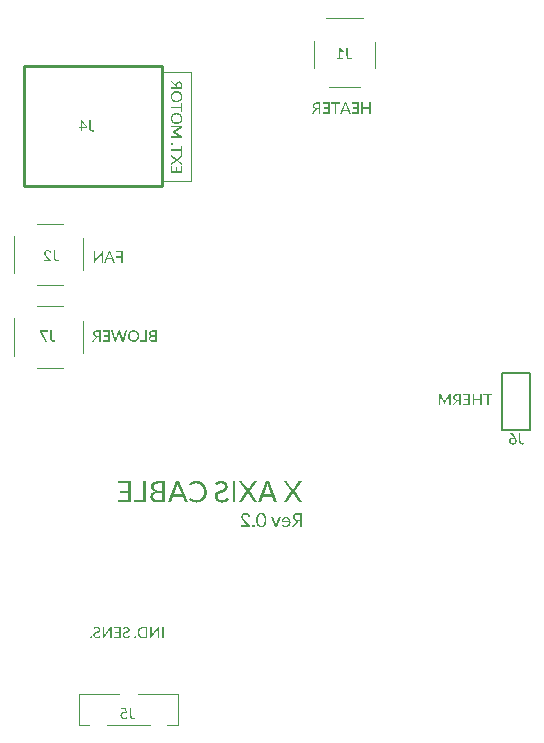
<source format=gbo>
G04 Layer_Color=32896*
%FSLAX44Y44*%
%MOMM*%
G71*
G01*
G75*
%ADD15C,0.2540*%
%ADD44C,0.1000*%
%ADD45C,0.2000*%
G36*
X90400Y413000D02*
X89260D01*
Y419797D01*
Y419901D01*
Y419990D01*
X89275Y420064D01*
Y420093D01*
Y420212D01*
Y420315D01*
X89289Y420389D01*
Y420419D01*
X83781Y413222D01*
X83707Y413148D01*
X83647Y413089D01*
X83603Y413059D01*
X83588Y413044D01*
X83499Y413015D01*
X83411Y413000D01*
X82655D01*
Y422551D01*
X83795D01*
Y415784D01*
Y415666D01*
Y415562D01*
Y415488D01*
Y415473D01*
Y415458D01*
Y415340D01*
X83781Y415236D01*
X83766Y415162D01*
Y415147D01*
Y415132D01*
X89275Y422329D01*
X89363Y422418D01*
X89423Y422463D01*
X89467Y422492D01*
X89482Y422507D01*
X89556Y422537D01*
X89630Y422551D01*
X90400D01*
Y413000D01*
D02*
G37*
G36*
X107000D02*
X105697D01*
Y417102D01*
X101788D01*
Y418153D01*
X105697D01*
Y421500D01*
X101121D01*
Y422551D01*
X107000D01*
Y413000D01*
D02*
G37*
G36*
X88436Y346000D02*
X87148D01*
Y349983D01*
X86170D01*
X85993Y349969D01*
X85874Y349954D01*
X85800Y349924D01*
X85771Y349909D01*
X85682Y349835D01*
X85608Y349761D01*
X85548Y349702D01*
X85534Y349687D01*
Y349672D01*
X83046Y346267D01*
X82972Y346178D01*
X82898Y346119D01*
X82809Y346059D01*
X82720Y346030D01*
X82646Y346015D01*
X82587Y346000D01*
X81387D01*
X84171Y349776D01*
X84319Y349954D01*
X84453Y350087D01*
X84512Y350131D01*
X84556Y350161D01*
X84586Y350191D01*
X84601D01*
X84393Y350235D01*
X84201Y350294D01*
X84038Y350354D01*
X83890Y350428D01*
X83771Y350472D01*
X83683Y350517D01*
X83623Y350546D01*
X83609Y350561D01*
X83446Y350665D01*
X83298Y350753D01*
X83179Y350857D01*
X83076Y350946D01*
X82987Y351035D01*
X82927Y351094D01*
X82883Y351138D01*
X82868Y351153D01*
X82661Y351420D01*
X82587Y351553D01*
X82513Y351686D01*
X82468Y351790D01*
X82424Y351864D01*
X82394Y351923D01*
Y351938D01*
X82335Y352101D01*
X82305Y352279D01*
X82276Y352442D01*
X82246Y352590D01*
Y352708D01*
X82231Y352812D01*
Y352871D01*
Y352901D01*
X82246Y353123D01*
X82261Y353330D01*
X82291Y353508D01*
X82335Y353671D01*
X82380Y353804D01*
X82409Y353908D01*
X82424Y353982D01*
X82439Y353996D01*
X82528Y354174D01*
X82631Y354337D01*
X82735Y354470D01*
X82839Y354589D01*
X82942Y354692D01*
X83016Y354766D01*
X83076Y354811D01*
X83090Y354826D01*
X83253Y354944D01*
X83446Y355063D01*
X83623Y355151D01*
X83801Y355225D01*
X83949Y355285D01*
X84068Y355329D01*
X84157Y355344D01*
X84171Y355359D01*
X84186D01*
X84438Y355418D01*
X84704Y355477D01*
X84971Y355507D01*
X85208Y355522D01*
X85415Y355536D01*
X85593Y355551D01*
X88436D01*
Y346000D01*
D02*
G37*
G36*
X116764Y355640D02*
X117120Y355596D01*
X117445Y355536D01*
X117741Y355477D01*
X117978Y355403D01*
X118067Y355374D01*
X118156Y355344D01*
X118215Y355314D01*
X118260Y355299D01*
X118289Y355285D01*
X118304D01*
X118615Y355137D01*
X118897Y354974D01*
X119148Y354811D01*
X119370Y354648D01*
X119548Y354500D01*
X119667Y354381D01*
X119755Y354307D01*
X119770Y354293D01*
X119785Y354278D01*
X120007Y354026D01*
X120200Y353759D01*
X120363Y353493D01*
X120496Y353256D01*
X120599Y353049D01*
X120688Y352871D01*
X120718Y352812D01*
X120733Y352767D01*
X120748Y352738D01*
Y352723D01*
X120851Y352382D01*
X120940Y352042D01*
X120999Y351716D01*
X121029Y351420D01*
X121059Y351153D01*
Y351050D01*
X121073Y350946D01*
Y350872D01*
Y350813D01*
Y350783D01*
Y350768D01*
X121059Y350368D01*
X121029Y349998D01*
X120970Y349672D01*
X120911Y349376D01*
X120851Y349124D01*
X120822Y349021D01*
X120792Y348947D01*
X120777Y348873D01*
X120762Y348828D01*
X120748Y348799D01*
Y348784D01*
X120614Y348458D01*
X120451Y348162D01*
X120288Y347910D01*
X120140Y347688D01*
X119992Y347496D01*
X119889Y347362D01*
X119815Y347273D01*
X119785Y347259D01*
Y347244D01*
X119548Y347022D01*
X119296Y346814D01*
X119045Y346652D01*
X118808Y346503D01*
X118615Y346400D01*
X118452Y346311D01*
X118393Y346296D01*
X118349Y346267D01*
X118319Y346252D01*
X118304D01*
X117964Y346133D01*
X117638Y346044D01*
X117312Y345985D01*
X117016Y345941D01*
X116764Y345911D01*
X116646D01*
X116557Y345896D01*
X116379D01*
X115994Y345911D01*
X115639Y345956D01*
X115313Y346015D01*
X115017Y346074D01*
X114780Y346133D01*
X114691Y346163D01*
X114602Y346193D01*
X114543Y346222D01*
X114499Y346237D01*
X114469Y346252D01*
X114454D01*
X114143Y346400D01*
X113847Y346563D01*
X113595Y346726D01*
X113373Y346889D01*
X113195Y347022D01*
X113062Y347140D01*
X112988Y347214D01*
X112958Y347244D01*
X112736Y347496D01*
X112544Y347762D01*
X112381Y348014D01*
X112248Y348266D01*
X112129Y348473D01*
X112055Y348636D01*
X112025Y348695D01*
X112011Y348740D01*
X111996Y348769D01*
Y348784D01*
X111877Y349124D01*
X111803Y349480D01*
X111744Y349806D01*
X111700Y350117D01*
X111670Y350383D01*
Y350487D01*
X111655Y350591D01*
Y350665D01*
Y350724D01*
Y350753D01*
Y350768D01*
X111670Y351153D01*
X111715Y351524D01*
X111759Y351849D01*
X111818Y352145D01*
X111892Y352382D01*
X111922Y352486D01*
X111937Y352575D01*
X111966Y352634D01*
X111981Y352678D01*
X111996Y352708D01*
Y352723D01*
X112129Y353049D01*
X112292Y353345D01*
X112455Y353611D01*
X112603Y353834D01*
X112736Y354026D01*
X112855Y354159D01*
X112929Y354248D01*
X112944Y354278D01*
X112958D01*
X113195Y354515D01*
X113447Y354707D01*
X113699Y354885D01*
X113936Y355033D01*
X114143Y355137D01*
X114306Y355225D01*
X114365Y355255D01*
X114410Y355270D01*
X114439Y355285D01*
X114454D01*
X114780Y355403D01*
X115120Y355492D01*
X115446Y355566D01*
X115742Y355611D01*
X115994Y355640D01*
X116113D01*
X116201Y355655D01*
X116379D01*
X116764Y355640D01*
D02*
G37*
G36*
X100558Y413000D02*
X99551D01*
X99448Y413015D01*
X99359Y413044D01*
X99300Y413074D01*
X99285Y413089D01*
X99211Y413163D01*
X99152Y413222D01*
X99137Y413281D01*
X99122Y413296D01*
X98219Y415606D01*
X93939D01*
X93051Y413296D01*
X93006Y413207D01*
X92947Y413133D01*
X92903Y413089D01*
X92888Y413074D01*
X92799Y413030D01*
X92710Y413015D01*
X92636Y413000D01*
X91614D01*
X95420Y422551D01*
X96738D01*
X100558Y413000D01*
D02*
G37*
G36*
X420015Y300470D02*
X416905D01*
Y292000D01*
X415617D01*
Y300470D01*
X412537D01*
Y301551D01*
X420015D01*
Y300470D01*
D02*
G37*
G36*
X401105Y292000D02*
X395226D01*
Y293051D01*
X399802D01*
Y296309D01*
X396100D01*
Y297316D01*
X399802D01*
Y300500D01*
X395226D01*
Y301551D01*
X401105D01*
Y292000D01*
D02*
G37*
G36*
X411174D02*
X409871D01*
Y296339D01*
X404733D01*
Y292000D01*
X403430D01*
Y301551D01*
X404733D01*
Y297286D01*
X409871D01*
Y301551D01*
X411174D01*
Y292000D01*
D02*
G37*
G36*
X384771D02*
X383631D01*
Y299004D01*
Y299123D01*
Y299212D01*
X383646Y299286D01*
Y299315D01*
X383661Y299434D01*
Y299552D01*
X383675Y299626D01*
Y299641D01*
Y299656D01*
X380344Y293673D01*
X380270Y293570D01*
X380196Y293496D01*
X380121Y293436D01*
X380047Y293407D01*
X379973Y293377D01*
X379914Y293362D01*
X379692D01*
X379588Y293377D01*
X379485Y293407D01*
X379337Y293525D01*
X379292Y293570D01*
X379248Y293629D01*
X379218Y293659D01*
Y293673D01*
X375946Y299641D01*
X375960Y299523D01*
Y299419D01*
X375975Y299345D01*
Y299330D01*
Y299315D01*
Y299197D01*
Y299093D01*
Y299034D01*
Y299004D01*
Y292000D01*
X374835D01*
Y301551D01*
X375916D01*
X375990Y301537D01*
X376049Y301522D01*
X376064Y301507D01*
X376123Y301462D01*
X376183Y301403D01*
X376227Y301359D01*
X376242Y301329D01*
X379470Y295450D01*
X379544Y295317D01*
X379603Y295213D01*
X379633Y295124D01*
X379648Y295110D01*
Y295095D01*
X379692Y294976D01*
X379737Y294858D01*
X379766Y294784D01*
X379781Y294769D01*
Y294754D01*
X379825Y294888D01*
X379870Y295006D01*
X379899Y295080D01*
X379914Y295095D01*
Y295110D01*
X379973Y295243D01*
X380018Y295347D01*
X380062Y295421D01*
X380077Y295450D01*
X383379Y301329D01*
X383439Y301418D01*
X383498Y301477D01*
X383542Y301507D01*
X383557D01*
X383631Y301537D01*
X383720Y301551D01*
X384771D01*
Y292000D01*
D02*
G37*
G36*
X96314Y346000D02*
X90435D01*
Y347051D01*
X95011D01*
Y350309D01*
X91309D01*
Y351316D01*
X95011D01*
Y354500D01*
X90435D01*
Y355551D01*
X96314D01*
Y346000D01*
D02*
G37*
G36*
X143204Y210000D02*
X136874D01*
X136319Y210028D01*
X135819Y210056D01*
X135375Y210111D01*
X134986Y210194D01*
X134653Y210250D01*
X134403Y210305D01*
X134264Y210333D01*
X134209Y210361D01*
X133792Y210500D01*
X133404Y210666D01*
X133071Y210833D01*
X132793Y211000D01*
X132543Y211166D01*
X132377Y211277D01*
X132266Y211360D01*
X132238Y211388D01*
X131960Y211666D01*
X131710Y211943D01*
X131488Y212193D01*
X131322Y212443D01*
X131183Y212665D01*
X131100Y212832D01*
X131044Y212971D01*
X131016Y212998D01*
X130878Y213359D01*
X130766Y213720D01*
X130683Y214081D01*
X130628Y214386D01*
X130600Y214664D01*
X130572Y214886D01*
Y215025D01*
Y215081D01*
X130628Y215664D01*
X130739Y216219D01*
X130905Y216663D01*
X131072Y217052D01*
X131266Y217357D01*
X131433Y217579D01*
X131544Y217718D01*
X131599Y217773D01*
X132016Y218134D01*
X132488Y218440D01*
X132960Y218662D01*
X133432Y218856D01*
X133876Y219023D01*
X134070Y219078D01*
X134209Y219106D01*
X134348Y219134D01*
X134459Y219161D01*
X134514Y219189D01*
X134542D01*
X134237Y219300D01*
X133959Y219411D01*
X133709Y219522D01*
X133487Y219634D01*
X133321Y219717D01*
X133182Y219800D01*
X133098Y219828D01*
X133071Y219856D01*
X132626Y220189D01*
X132460Y220328D01*
X132293Y220494D01*
X132182Y220605D01*
X132099Y220716D01*
X132044Y220772D01*
X132016Y220800D01*
X131738Y221188D01*
X131544Y221577D01*
X131488Y221716D01*
X131433Y221827D01*
X131405Y221910D01*
Y221938D01*
X131266Y222410D01*
X131238Y222604D01*
X131211Y222798D01*
X131183Y222965D01*
Y223104D01*
Y223187D01*
Y223215D01*
X131211Y223603D01*
X131238Y223964D01*
X131294Y224298D01*
X131377Y224603D01*
X131461Y224825D01*
X131516Y225019D01*
X131544Y225130D01*
X131572Y225158D01*
X131710Y225464D01*
X131905Y225769D01*
X132099Y226019D01*
X132266Y226241D01*
X132432Y226408D01*
X132571Y226518D01*
X132682Y226602D01*
X132710Y226630D01*
X133015Y226852D01*
X133321Y227046D01*
X133654Y227185D01*
X133959Y227324D01*
X134237Y227435D01*
X134459Y227518D01*
X134598Y227546D01*
X134625Y227574D01*
X134653D01*
X135125Y227684D01*
X135597Y227768D01*
X136069Y227823D01*
X136541Y227879D01*
X136930D01*
X137235Y227907D01*
X143204D01*
Y210000D01*
D02*
G37*
G36*
X127046D02*
X116885D01*
Y212027D01*
X124631D01*
Y227907D01*
X127046D01*
Y210000D01*
D02*
G37*
G36*
X202560D02*
X200144D01*
Y227907D01*
X202560D01*
Y210000D01*
D02*
G37*
G36*
X162249D02*
X160361D01*
X160167Y210028D01*
X160000Y210083D01*
X159889Y210139D01*
X159861Y210167D01*
X159722Y210305D01*
X159611Y210416D01*
X159584Y210527D01*
X159556Y210555D01*
X157862Y214886D01*
X149839D01*
X148173Y210555D01*
X148090Y210389D01*
X147979Y210250D01*
X147896Y210167D01*
X147868Y210139D01*
X147701Y210056D01*
X147535Y210028D01*
X147396Y210000D01*
X145480D01*
X152615Y227907D01*
X155086D01*
X162249Y210000D01*
D02*
G37*
G36*
X114192D02*
X103171D01*
Y211971D01*
X111749D01*
Y218079D01*
X104809D01*
Y219967D01*
X111749D01*
Y225935D01*
X103171D01*
Y227907D01*
X114192D01*
Y210000D01*
D02*
G37*
G36*
X136000Y346000D02*
X132624D01*
X132328Y346015D01*
X132061Y346030D01*
X131824Y346059D01*
X131617Y346104D01*
X131439Y346133D01*
X131306Y346163D01*
X131232Y346178D01*
X131202Y346193D01*
X130980Y346267D01*
X130773Y346355D01*
X130595Y346444D01*
X130447Y346533D01*
X130314Y346622D01*
X130225Y346681D01*
X130166Y346726D01*
X130151Y346740D01*
X130003Y346889D01*
X129869Y347037D01*
X129751Y347170D01*
X129662Y347303D01*
X129588Y347422D01*
X129544Y347510D01*
X129514Y347584D01*
X129499Y347599D01*
X129425Y347792D01*
X129366Y347984D01*
X129321Y348177D01*
X129292Y348340D01*
X129277Y348488D01*
X129262Y348606D01*
Y348680D01*
Y348710D01*
X129292Y349021D01*
X129351Y349317D01*
X129440Y349554D01*
X129529Y349761D01*
X129633Y349924D01*
X129721Y350043D01*
X129781Y350117D01*
X129810Y350146D01*
X130032Y350339D01*
X130284Y350502D01*
X130536Y350620D01*
X130787Y350724D01*
X131025Y350813D01*
X131128Y350842D01*
X131202Y350857D01*
X131276Y350872D01*
X131335Y350887D01*
X131365Y350901D01*
X131380D01*
X131217Y350961D01*
X131069Y351020D01*
X130936Y351079D01*
X130817Y351138D01*
X130728Y351183D01*
X130654Y351227D01*
X130610Y351242D01*
X130595Y351257D01*
X130358Y351435D01*
X130269Y351509D01*
X130180Y351598D01*
X130121Y351657D01*
X130077Y351716D01*
X130047Y351746D01*
X130032Y351760D01*
X129884Y351968D01*
X129781Y352175D01*
X129751Y352249D01*
X129721Y352308D01*
X129706Y352353D01*
Y352368D01*
X129633Y352619D01*
X129618Y352723D01*
X129603Y352827D01*
X129588Y352915D01*
Y352990D01*
Y353034D01*
Y353049D01*
X129603Y353256D01*
X129618Y353448D01*
X129647Y353626D01*
X129692Y353789D01*
X129736Y353908D01*
X129766Y354011D01*
X129781Y354071D01*
X129795Y354085D01*
X129869Y354248D01*
X129973Y354411D01*
X130077Y354544D01*
X130166Y354663D01*
X130254Y354752D01*
X130329Y354811D01*
X130388Y354855D01*
X130402Y354870D01*
X130565Y354989D01*
X130728Y355092D01*
X130906Y355166D01*
X131069Y355240D01*
X131217Y355299D01*
X131335Y355344D01*
X131410Y355359D01*
X131424Y355374D01*
X131439D01*
X131691Y355433D01*
X131943Y355477D01*
X132194Y355507D01*
X132446Y355536D01*
X132653D01*
X132816Y355551D01*
X136000D01*
Y346000D01*
D02*
G37*
G36*
X127382D02*
X121962D01*
Y347081D01*
X126093D01*
Y355551D01*
X127382D01*
Y346000D01*
D02*
G37*
G36*
X190983Y228073D02*
X191455Y228045D01*
X191843Y227962D01*
X192204Y227907D01*
X192482Y227823D01*
X192704Y227740D01*
X192843Y227712D01*
X192898Y227684D01*
X193259Y227518D01*
X193592Y227324D01*
X193898Y227157D01*
X194147Y226963D01*
X194342Y226824D01*
X194481Y226685D01*
X194592Y226602D01*
X194620Y226574D01*
X194869Y226296D01*
X195064Y226047D01*
X195258Y225769D01*
X195397Y225519D01*
X195536Y225297D01*
X195619Y225130D01*
X195647Y225019D01*
X195674Y224992D01*
X195786Y224659D01*
X195869Y224325D01*
X195952Y224020D01*
X195980Y223742D01*
X196008Y223492D01*
X196035Y223326D01*
Y223215D01*
Y223159D01*
X196008Y222743D01*
X195980Y222354D01*
X195924Y221993D01*
X195841Y221716D01*
X195786Y221466D01*
X195730Y221299D01*
X195702Y221188D01*
X195674Y221160D01*
X195536Y220883D01*
X195369Y220605D01*
X195203Y220383D01*
X195064Y220189D01*
X194925Y220050D01*
X194814Y219911D01*
X194758Y219856D01*
X194730Y219828D01*
X194259Y219467D01*
X194009Y219328D01*
X193814Y219189D01*
X193620Y219078D01*
X193481Y218995D01*
X193370Y218967D01*
X193342Y218939D01*
X192759Y218717D01*
X192509Y218606D01*
X192260Y218523D01*
X192065Y218468D01*
X191899Y218412D01*
X191788Y218356D01*
X191760D01*
X191177Y218162D01*
X190927Y218079D01*
X190677Y218023D01*
X190483Y217940D01*
X190344Y217912D01*
X190233Y217857D01*
X190205D01*
X189650Y217662D01*
X189428Y217551D01*
X189234Y217468D01*
X189067Y217385D01*
X188956Y217302D01*
X188873Y217274D01*
X188845Y217246D01*
X188428Y216968D01*
X188262Y216829D01*
X188123Y216691D01*
X188012Y216580D01*
X187929Y216469D01*
X187901Y216413D01*
X187873Y216385D01*
X187734Y216191D01*
X187651Y215969D01*
X187540Y215525D01*
X187512Y215330D01*
X187485Y215191D01*
Y215081D01*
Y215053D01*
X187512Y214553D01*
X187568Y214303D01*
X187596Y214109D01*
X187651Y213942D01*
X187707Y213831D01*
X187734Y213748D01*
Y213720D01*
X187957Y213304D01*
X188179Y212998D01*
X188290Y212859D01*
X188373Y212776D01*
X188428Y212721D01*
X188456Y212693D01*
X188845Y212415D01*
X189206Y212193D01*
X189372Y212138D01*
X189511Y212082D01*
X189594Y212027D01*
X189622D01*
X190150Y211888D01*
X190400Y211860D01*
X190622Y211832D01*
X190844Y211805D01*
X191510D01*
X191843Y211860D01*
X192149Y211888D01*
X192398Y211943D01*
X192621Y211999D01*
X192759Y212027D01*
X192871Y212082D01*
X192898D01*
X193398Y212304D01*
X193592Y212388D01*
X193787Y212499D01*
X193925Y212582D01*
X194037Y212637D01*
X194092Y212665D01*
X194120Y212693D01*
X194453Y212943D01*
X194730Y213137D01*
X194842Y213193D01*
X194925Y213248D01*
X194953Y213304D01*
X194980D01*
X195091Y213415D01*
X195203Y213470D01*
X195397Y213581D01*
X195508Y213609D01*
X195563D01*
X195702Y213581D01*
X195813Y213554D01*
X195869Y213526D01*
X195896Y213498D01*
X196063Y213359D01*
X196091Y213304D01*
X196119Y213276D01*
X196840Y212138D01*
X196452Y211749D01*
X196035Y211416D01*
X195619Y211110D01*
X195230Y210861D01*
X194897Y210666D01*
X194647Y210527D01*
X194536Y210472D01*
X194453Y210444D01*
X194425Y210416D01*
X194397D01*
X193842Y210222D01*
X193287Y210056D01*
X192759Y209944D01*
X192260Y209889D01*
X191843Y209833D01*
X191677D01*
X191510Y209806D01*
X191232D01*
X190705Y209833D01*
X190233Y209861D01*
X189789Y209944D01*
X189400Y210028D01*
X189095Y210083D01*
X188873Y210167D01*
X188734Y210194D01*
X188678Y210222D01*
X188290Y210389D01*
X187901Y210611D01*
X187596Y210805D01*
X187318Y211000D01*
X187096Y211166D01*
X186929Y211305D01*
X186818Y211388D01*
X186791Y211416D01*
X186513Y211721D01*
X186291Y212027D01*
X186069Y212332D01*
X185902Y212610D01*
X185791Y212859D01*
X185708Y213054D01*
X185652Y213165D01*
X185625Y213220D01*
X185486Y213609D01*
X185375Y213998D01*
X185319Y214386D01*
X185264Y214720D01*
X185236Y214997D01*
X185208Y215247D01*
Y215386D01*
Y215441D01*
X185236Y215830D01*
X185264Y216191D01*
X185319Y216524D01*
X185402Y216802D01*
X185486Y216996D01*
X185541Y217163D01*
X185569Y217274D01*
X185597Y217302D01*
X185736Y217579D01*
X185902Y217829D01*
X186069Y218051D01*
X186208Y218245D01*
X186346Y218384D01*
X186457Y218495D01*
X186541Y218551D01*
X186568Y218578D01*
X187040Y218939D01*
X187262Y219078D01*
X187485Y219217D01*
X187679Y219300D01*
X187818Y219384D01*
X187929Y219411D01*
X187957Y219439D01*
X188512Y219689D01*
X188789Y219800D01*
X189011Y219883D01*
X189206Y219967D01*
X189372Y220022D01*
X189484Y220078D01*
X189511D01*
X190094Y220272D01*
X190372Y220355D01*
X190594Y220439D01*
X190816Y220522D01*
X190955Y220550D01*
X191066Y220605D01*
X191094D01*
X191621Y220800D01*
X191843Y220911D01*
X192065Y220994D01*
X192232Y221077D01*
X192343Y221160D01*
X192426Y221188D01*
X192454Y221216D01*
X192871Y221494D01*
X193037Y221632D01*
X193176Y221771D01*
X193287Y221882D01*
X193370Y221966D01*
X193398Y222021D01*
X193426Y222049D01*
X193537Y222243D01*
X193620Y222465D01*
X193731Y222854D01*
X193759Y223048D01*
X193787Y223187D01*
Y223270D01*
Y223298D01*
X193759Y223715D01*
X193676Y224048D01*
X193648Y224186D01*
X193620Y224298D01*
X193592Y224353D01*
Y224381D01*
X193398Y224742D01*
X193176Y225019D01*
X193093Y225130D01*
X193009Y225214D01*
X192981Y225242D01*
X192954Y225269D01*
X192621Y225519D01*
X192287Y225713D01*
X192149Y225797D01*
X192038Y225852D01*
X191954Y225880D01*
X191926D01*
X191427Y226019D01*
X191177Y226047D01*
X190955Y226074D01*
X190760Y226102D01*
X190177D01*
X189900Y226074D01*
X189650Y226047D01*
X189428Y225991D01*
X189261Y225963D01*
X189123Y225908D01*
X189039Y225880D01*
X189011D01*
X188595Y225713D01*
X188428Y225630D01*
X188262Y225547D01*
X188151Y225491D01*
X188068Y225436D01*
X188012Y225380D01*
X187984D01*
X187679Y225214D01*
X187457Y225047D01*
X187318Y224936D01*
X187262Y224908D01*
X187068Y224797D01*
X186902Y224742D01*
X186791Y224714D01*
X186763D01*
X186624Y224742D01*
X186541Y224769D01*
X186485Y224797D01*
X186457D01*
X186346Y224881D01*
X186291Y224964D01*
X186235Y225047D01*
X186208Y225075D01*
X185625Y226241D01*
X185985Y226546D01*
X186346Y226824D01*
X186707Y227074D01*
X187040Y227268D01*
X187346Y227407D01*
X187568Y227518D01*
X187734Y227574D01*
X187762Y227601D01*
X187790D01*
X188262Y227768D01*
X188734Y227879D01*
X189178Y227990D01*
X189594Y228045D01*
X189983Y228073D01*
X190261Y228101D01*
X190511D01*
X190983Y228073D01*
D02*
G37*
G36*
X107983Y346000D02*
X106828D01*
X104384Y353271D01*
X104355Y353345D01*
X104340Y353419D01*
X104325Y353478D01*
Y353493D01*
X104296Y353597D01*
X104281Y353671D01*
X104266Y353730D01*
Y353759D01*
X104222Y353567D01*
X104177Y353404D01*
X104162Y353345D01*
X104148Y353315D01*
X104133Y353286D01*
Y353271D01*
X101719Y346000D01*
X100549D01*
X97573Y355551D01*
X98580D01*
X98698Y355536D01*
X98787Y355507D01*
X98846Y355462D01*
X98861Y355448D01*
X98935Y355374D01*
X98980Y355314D01*
X99009Y355255D01*
Y355240D01*
X100993Y348591D01*
X101038Y348458D01*
X101053Y348340D01*
X101082Y348251D01*
Y348236D01*
Y348221D01*
X101112Y348073D01*
X101127Y347940D01*
X101142Y347881D01*
Y347851D01*
X101156Y347821D01*
Y347807D01*
X101186Y347970D01*
X101230Y348118D01*
X101260Y348251D01*
X101290Y348369D01*
X101319Y348458D01*
X101349Y348532D01*
X101364Y348577D01*
Y348591D01*
X103600Y355240D01*
X103644Y355329D01*
X103703Y355403D01*
X103748Y355448D01*
X103763Y355462D01*
X103851Y355522D01*
X103940Y355536D01*
X104014Y355551D01*
X104414D01*
X104533Y355536D01*
X104621Y355507D01*
X104681Y355462D01*
X104696Y355448D01*
X104769Y355374D01*
X104814Y355299D01*
X104844Y355255D01*
X104858Y355240D01*
X107094Y348591D01*
X107139Y348458D01*
X107168Y348340D01*
X107198Y348251D01*
X107213Y348221D01*
Y348206D01*
X107242Y348058D01*
X107272Y347910D01*
X107287Y347866D01*
Y347821D01*
X107302Y347792D01*
Y347777D01*
X107331Y347940D01*
X107346Y348073D01*
X107361Y348132D01*
Y348177D01*
X107376Y348192D01*
Y348206D01*
X107405Y348354D01*
X107450Y348473D01*
X107465Y348562D01*
X107479Y348577D01*
Y348591D01*
X109449Y355240D01*
X109493Y355329D01*
X109553Y355403D01*
X109597Y355448D01*
X109612Y355462D01*
X109701Y355522D01*
X109789Y355536D01*
X109864Y355551D01*
X110959D01*
X107983Y346000D01*
D02*
G37*
G36*
X157551Y540503D02*
X156470D01*
Y543613D01*
X148000D01*
Y544901D01*
X156470D01*
Y547981D01*
X157551D01*
Y540503D01*
D02*
G37*
G36*
X153153Y539703D02*
X153524Y539659D01*
X153849Y539614D01*
X154145Y539555D01*
X154382Y539481D01*
X154486Y539451D01*
X154575Y539437D01*
X154634Y539407D01*
X154678Y539392D01*
X154708Y539378D01*
X154723D01*
X155049Y539244D01*
X155345Y539081D01*
X155611Y538918D01*
X155834Y538770D01*
X156026Y538637D01*
X156159Y538519D01*
X156248Y538445D01*
X156278Y538430D01*
Y538415D01*
X156515Y538178D01*
X156707Y537926D01*
X156885Y537675D01*
X157033Y537438D01*
X157137Y537230D01*
X157226Y537067D01*
X157255Y537008D01*
X157270Y536964D01*
X157285Y536934D01*
Y536919D01*
X157403Y536594D01*
X157492Y536253D01*
X157566Y535927D01*
X157611Y535631D01*
X157640Y535379D01*
Y535261D01*
X157655Y535172D01*
Y535098D01*
Y535039D01*
Y535009D01*
Y534994D01*
X157640Y534609D01*
X157596Y534254D01*
X157536Y533928D01*
X157477Y533632D01*
X157403Y533395D01*
X157374Y533306D01*
X157344Y533217D01*
X157314Y533158D01*
X157300Y533114D01*
X157285Y533084D01*
Y533069D01*
X157137Y532758D01*
X156974Y532477D01*
X156811Y532225D01*
X156648Y532003D01*
X156500Y531825D01*
X156381Y531707D01*
X156307Y531618D01*
X156293Y531603D01*
X156278Y531588D01*
X156026Y531366D01*
X155759Y531174D01*
X155493Y531011D01*
X155256Y530878D01*
X155049Y530774D01*
X154871Y530685D01*
X154812Y530656D01*
X154767Y530641D01*
X154738Y530626D01*
X154723D01*
X154382Y530522D01*
X154042Y530433D01*
X153716Y530374D01*
X153420Y530345D01*
X153153Y530315D01*
X153050D01*
X152946Y530300D01*
X152768D01*
X152368Y530315D01*
X151998Y530345D01*
X151672Y530404D01*
X151376Y530463D01*
X151124Y530522D01*
X151021Y530552D01*
X150947Y530581D01*
X150873Y530596D01*
X150828Y530611D01*
X150799Y530626D01*
X150784D01*
X150458Y530759D01*
X150162Y530922D01*
X149910Y531085D01*
X149688Y531233D01*
X149496Y531381D01*
X149362Y531485D01*
X149274Y531559D01*
X149259Y531588D01*
X149244D01*
X149022Y531825D01*
X148814Y532077D01*
X148652Y532329D01*
X148504Y532566D01*
X148400Y532758D01*
X148311Y532921D01*
X148296Y532980D01*
X148267Y533025D01*
X148252Y533054D01*
Y533069D01*
X148133Y533410D01*
X148044Y533736D01*
X147985Y534061D01*
X147941Y534357D01*
X147911Y534609D01*
Y534728D01*
X147896Y534817D01*
Y534891D01*
Y534950D01*
Y534980D01*
Y534994D01*
X147911Y535379D01*
X147956Y535735D01*
X148015Y536060D01*
X148074Y536357D01*
X148133Y536594D01*
X148163Y536682D01*
X148193Y536771D01*
X148222Y536830D01*
X148237Y536875D01*
X148252Y536904D01*
Y536919D01*
X148400Y537230D01*
X148563Y537527D01*
X148726Y537778D01*
X148889Y538000D01*
X149022Y538178D01*
X149140Y538311D01*
X149214Y538385D01*
X149244Y538415D01*
X149496Y538637D01*
X149762Y538830D01*
X150014Y538993D01*
X150266Y539126D01*
X150473Y539244D01*
X150636Y539318D01*
X150695Y539348D01*
X150739Y539363D01*
X150769Y539378D01*
X150784D01*
X151124Y539496D01*
X151480Y539570D01*
X151806Y539629D01*
X152117Y539674D01*
X152383Y539703D01*
X152487D01*
X152591Y539718D01*
X152768D01*
X153153Y539703D01*
D02*
G37*
G36*
X151776Y564374D02*
X151954Y564226D01*
X152087Y564092D01*
X152132Y564033D01*
X152161Y563989D01*
X152191Y563959D01*
Y563944D01*
X152235Y564152D01*
X152294Y564344D01*
X152354Y564507D01*
X152428Y564655D01*
X152472Y564774D01*
X152516Y564862D01*
X152546Y564922D01*
X152561Y564936D01*
X152665Y565099D01*
X152753Y565247D01*
X152857Y565366D01*
X152946Y565470D01*
X153035Y565558D01*
X153094Y565618D01*
X153139Y565662D01*
X153153Y565677D01*
X153420Y565884D01*
X153553Y565958D01*
X153686Y566032D01*
X153790Y566077D01*
X153864Y566121D01*
X153923Y566151D01*
X153938D01*
X154101Y566210D01*
X154279Y566240D01*
X154442Y566269D01*
X154590Y566299D01*
X154708D01*
X154812Y566314D01*
X154901D01*
X155123Y566299D01*
X155330Y566284D01*
X155508Y566254D01*
X155671Y566210D01*
X155804Y566166D01*
X155908Y566136D01*
X155982Y566121D01*
X155996Y566106D01*
X156174Y566017D01*
X156337Y565914D01*
X156470Y565810D01*
X156589Y565706D01*
X156692Y565603D01*
X156767Y565529D01*
X156811Y565470D01*
X156826Y565455D01*
X156944Y565292D01*
X157063Y565099D01*
X157151Y564922D01*
X157226Y564744D01*
X157285Y564596D01*
X157329Y564477D01*
X157344Y564389D01*
X157359Y564374D01*
Y564359D01*
X157418Y564107D01*
X157477Y563841D01*
X157507Y563574D01*
X157522Y563337D01*
X157536Y563130D01*
X157551Y562952D01*
Y562893D01*
Y562849D01*
Y562819D01*
Y562804D01*
Y560109D01*
X148000D01*
Y561397D01*
X151983D01*
Y562375D01*
X151969Y562552D01*
X151954Y562671D01*
X151924Y562745D01*
X151909Y562775D01*
X151835Y562863D01*
X151761Y562937D01*
X151702Y562997D01*
X151687Y563011D01*
X151672D01*
X148267Y565499D01*
X148178Y565573D01*
X148118Y565647D01*
X148059Y565736D01*
X148030Y565825D01*
X148015Y565899D01*
X148000Y565958D01*
Y566003D01*
Y566017D01*
Y567158D01*
X151776Y564374D01*
D02*
G37*
G36*
X153153Y558199D02*
X153524Y558154D01*
X153849Y558110D01*
X154145Y558051D01*
X154382Y557977D01*
X154486Y557947D01*
X154575Y557932D01*
X154634Y557903D01*
X154678Y557888D01*
X154708Y557873D01*
X154723D01*
X155049Y557740D01*
X155345Y557577D01*
X155611Y557414D01*
X155834Y557266D01*
X156026Y557132D01*
X156159Y557014D01*
X156248Y556940D01*
X156278Y556925D01*
Y556910D01*
X156515Y556674D01*
X156707Y556422D01*
X156885Y556170D01*
X157033Y555933D01*
X157137Y555726D01*
X157226Y555563D01*
X157255Y555504D01*
X157270Y555459D01*
X157285Y555430D01*
Y555415D01*
X157403Y555089D01*
X157492Y554748D01*
X157566Y554423D01*
X157611Y554127D01*
X157640Y553875D01*
Y553756D01*
X157655Y553667D01*
Y553593D01*
Y553534D01*
Y553504D01*
Y553490D01*
X157640Y553105D01*
X157596Y552749D01*
X157536Y552424D01*
X157477Y552127D01*
X157403Y551890D01*
X157374Y551802D01*
X157344Y551713D01*
X157314Y551654D01*
X157300Y551609D01*
X157285Y551580D01*
Y551565D01*
X157137Y551254D01*
X156974Y550972D01*
X156811Y550721D01*
X156648Y550499D01*
X156500Y550321D01*
X156381Y550202D01*
X156307Y550113D01*
X156293Y550099D01*
X156278Y550084D01*
X156026Y549862D01*
X155759Y549669D01*
X155493Y549506D01*
X155256Y549373D01*
X155049Y549269D01*
X154871Y549180D01*
X154812Y549151D01*
X154767Y549136D01*
X154738Y549121D01*
X154723D01*
X154382Y549018D01*
X154042Y548929D01*
X153716Y548870D01*
X153420Y548840D01*
X153153Y548810D01*
X153050D01*
X152946Y548796D01*
X152768D01*
X152368Y548810D01*
X151998Y548840D01*
X151672Y548899D01*
X151376Y548958D01*
X151124Y549018D01*
X151021Y549047D01*
X150947Y549077D01*
X150873Y549092D01*
X150828Y549106D01*
X150799Y549121D01*
X150784D01*
X150458Y549255D01*
X150162Y549417D01*
X149910Y549580D01*
X149688Y549728D01*
X149496Y549877D01*
X149362Y549980D01*
X149274Y550054D01*
X149259Y550084D01*
X149244D01*
X149022Y550321D01*
X148814Y550573D01*
X148652Y550824D01*
X148504Y551061D01*
X148400Y551254D01*
X148311Y551417D01*
X148296Y551476D01*
X148267Y551520D01*
X148252Y551550D01*
Y551565D01*
X148133Y551905D01*
X148044Y552231D01*
X147985Y552557D01*
X147941Y552853D01*
X147911Y553105D01*
Y553223D01*
X147896Y553312D01*
Y553386D01*
Y553445D01*
Y553475D01*
Y553490D01*
X147911Y553875D01*
X147956Y554230D01*
X148015Y554556D01*
X148074Y554852D01*
X148133Y555089D01*
X148163Y555178D01*
X148193Y555267D01*
X148222Y555326D01*
X148237Y555370D01*
X148252Y555400D01*
Y555415D01*
X148400Y555726D01*
X148563Y556022D01*
X148726Y556274D01*
X148889Y556496D01*
X149022Y556674D01*
X149140Y556807D01*
X149214Y556881D01*
X149244Y556910D01*
X149496Y557132D01*
X149762Y557325D01*
X150014Y557488D01*
X150266Y557621D01*
X150473Y557740D01*
X150636Y557814D01*
X150695Y557843D01*
X150739Y557858D01*
X150769Y557873D01*
X150784D01*
X151124Y557991D01*
X151480Y558065D01*
X151806Y558125D01*
X152117Y558169D01*
X152383Y558199D01*
X152487D01*
X152591Y558214D01*
X152768D01*
X153153Y558199D01*
D02*
G37*
G36*
X157551Y527561D02*
Y527442D01*
X157536Y527368D01*
X157522Y527309D01*
X157507Y527294D01*
X157462Y527235D01*
X157403Y527176D01*
X157359Y527131D01*
X157329Y527116D01*
X151450Y523888D01*
X151317Y523814D01*
X151213Y523755D01*
X151124Y523725D01*
X151110Y523710D01*
X151095D01*
X150976Y523666D01*
X150858Y523622D01*
X150784Y523592D01*
X150769Y523577D01*
X150754D01*
X150888Y523533D01*
X151006Y523488D01*
X151080Y523459D01*
X151095Y523444D01*
X151110D01*
X151243Y523385D01*
X151347Y523340D01*
X151421Y523296D01*
X151450Y523281D01*
X157329Y519979D01*
X157418Y519920D01*
X157477Y519860D01*
X157507Y519816D01*
Y519801D01*
X157536Y519727D01*
X157551Y519638D01*
Y519564D01*
Y519549D01*
Y519534D01*
Y518587D01*
X148000D01*
Y519727D01*
X155212D01*
X155286Y519712D01*
X155315D01*
X155434Y519697D01*
X155552D01*
X155626Y519683D01*
X155656D01*
X149673Y523014D01*
X149570Y523088D01*
X149496Y523162D01*
X149436Y523237D01*
X149407Y523311D01*
X149377Y523385D01*
X149362Y523444D01*
Y523474D01*
Y523488D01*
Y523666D01*
X149377Y523770D01*
X149407Y523873D01*
X149525Y524021D01*
X149570Y524066D01*
X149629Y524110D01*
X149658Y524140D01*
X149673D01*
X155641Y527412D01*
X155523Y527398D01*
X155419D01*
X155345Y527383D01*
X148000D01*
Y528523D01*
X157551D01*
Y527561D01*
D02*
G37*
G36*
X152961Y500773D02*
X157551Y503941D01*
Y502712D01*
X157536Y502638D01*
X157522Y502579D01*
X157507Y502550D01*
X157492Y502535D01*
X157403Y502446D01*
X157359Y502416D01*
X157344Y502401D01*
X153849Y500047D01*
X153731Y499988D01*
X153627Y499943D01*
X153568Y499929D01*
X153538Y499914D01*
X157359Y497426D01*
X157418Y497382D01*
X157462Y497337D01*
X157477Y497307D01*
X157492Y497293D01*
X157522Y497233D01*
X157551Y497174D01*
Y497130D01*
Y497100D01*
Y495812D01*
X152901Y498966D01*
X148000Y495678D01*
Y496878D01*
X148015Y496967D01*
X148044Y497026D01*
X148059Y497071D01*
X148074Y497085D01*
X148133Y497145D01*
X148178Y497189D01*
X148222Y497219D01*
X148237Y497233D01*
X151983Y499721D01*
X152072Y499766D01*
X152161Y499810D01*
X152220Y499825D01*
X152250Y499840D01*
X148237Y502401D01*
X148178Y502446D01*
X148118Y502490D01*
X148089Y502520D01*
X148074Y502535D01*
X148030Y502609D01*
X148015Y502683D01*
X148000Y502742D01*
Y502772D01*
Y504045D01*
X152961Y500773D01*
D02*
G37*
G36*
X157551Y489000D02*
X148000D01*
Y494879D01*
X149051D01*
Y490303D01*
X152309D01*
Y494005D01*
X153316D01*
Y490303D01*
X156500D01*
Y494879D01*
X157551D01*
Y489000D01*
D02*
G37*
G36*
X148844Y514263D02*
X148948Y514248D01*
X149007Y514218D01*
X149037Y514204D01*
X149155Y514144D01*
X149244Y514100D01*
X149303Y514041D01*
X149318Y514026D01*
X149392Y513937D01*
X149451Y513848D01*
X149481Y513789D01*
X149496Y513774D01*
Y513759D01*
X149540Y513641D01*
X149555Y513537D01*
X149570Y513463D01*
Y513448D01*
Y513433D01*
X149555Y513315D01*
X149540Y513211D01*
X149510Y513137D01*
X149496Y513123D01*
Y513108D01*
X149436Y513004D01*
X149392Y512915D01*
X149333Y512856D01*
X149318Y512841D01*
X149229Y512767D01*
X149140Y512723D01*
X149066Y512693D01*
X149051Y512678D01*
X149037D01*
X148933Y512649D01*
X148829Y512634D01*
X148755Y512619D01*
X148726D01*
X148592Y512634D01*
X148489Y512649D01*
X148415Y512663D01*
X148400Y512678D01*
X148385D01*
X148281Y512723D01*
X148193Y512782D01*
X148133Y512826D01*
X148118Y512841D01*
X148044Y512930D01*
X148000Y513019D01*
X147970Y513078D01*
X147956Y513108D01*
X147926Y513226D01*
X147911Y513330D01*
X147896Y513404D01*
Y513433D01*
X147911Y513567D01*
X147926Y513671D01*
X147941Y513730D01*
X147956Y513759D01*
X148000Y513863D01*
X148059Y513952D01*
X148104Y514011D01*
X148118Y514026D01*
X148207Y514100D01*
X148296Y514159D01*
X148355Y514189D01*
X148385Y514204D01*
X148504Y514248D01*
X148622Y514263D01*
X148696Y514278D01*
X148726D01*
X148844Y514263D01*
D02*
G37*
G36*
X157551Y504341D02*
X156470D01*
Y507451D01*
X148000D01*
Y508739D01*
X156470D01*
Y511819D01*
X157551D01*
Y504341D01*
D02*
G37*
G36*
X80576Y96555D02*
X80679Y96540D01*
X80753Y96510D01*
X80768Y96496D01*
X80783D01*
X80887Y96436D01*
X80975Y96392D01*
X81035Y96333D01*
X81049Y96318D01*
X81124Y96229D01*
X81168Y96140D01*
X81198Y96066D01*
X81212Y96051D01*
Y96037D01*
X81242Y95933D01*
X81257Y95829D01*
X81272Y95755D01*
Y95740D01*
Y95726D01*
X81257Y95592D01*
X81242Y95489D01*
X81227Y95415D01*
X81212Y95400D01*
Y95385D01*
X81168Y95281D01*
X81109Y95192D01*
X81064Y95133D01*
X81049Y95119D01*
X80961Y95044D01*
X80872Y95000D01*
X80813Y94970D01*
X80783Y94956D01*
X80664Y94926D01*
X80561Y94911D01*
X80487Y94896D01*
X80457D01*
X80324Y94911D01*
X80220Y94926D01*
X80161Y94941D01*
X80131Y94956D01*
X80028Y95000D01*
X79939Y95059D01*
X79880Y95104D01*
X79865Y95119D01*
X79791Y95207D01*
X79731Y95296D01*
X79702Y95355D01*
X79687Y95385D01*
X79643Y95504D01*
X79628Y95622D01*
X79613Y95696D01*
Y95711D01*
Y95726D01*
X79628Y95844D01*
X79643Y95948D01*
X79672Y96007D01*
X79687Y96037D01*
X79746Y96155D01*
X79791Y96244D01*
X79850Y96303D01*
X79865Y96318D01*
X79954Y96392D01*
X80042Y96451D01*
X80102Y96481D01*
X80117Y96496D01*
X80131D01*
X80250Y96540D01*
X80353Y96555D01*
X80428Y96570D01*
X80457D01*
X80576Y96555D01*
D02*
G37*
G36*
X97842Y95000D02*
X96702D01*
Y101797D01*
Y101901D01*
Y101989D01*
X96716Y102064D01*
Y102093D01*
Y102212D01*
Y102315D01*
X96731Y102389D01*
Y102419D01*
X91223Y95222D01*
X91149Y95148D01*
X91089Y95089D01*
X91045Y95059D01*
X91030Y95044D01*
X90941Y95015D01*
X90852Y95000D01*
X90097D01*
Y104551D01*
X91237D01*
Y97784D01*
Y97666D01*
Y97562D01*
Y97488D01*
Y97473D01*
Y97458D01*
Y97340D01*
X91223Y97236D01*
X91208Y97162D01*
Y97147D01*
Y97132D01*
X96716Y104329D01*
X96805Y104418D01*
X96865Y104462D01*
X96909Y104492D01*
X96924Y104507D01*
X96998Y104537D01*
X97072Y104551D01*
X97842D01*
Y95000D01*
D02*
G37*
G36*
X142000D02*
X140712D01*
Y104551D01*
X142000D01*
Y95000D01*
D02*
G37*
G36*
X393227Y292000D02*
X391939D01*
Y295983D01*
X390961D01*
X390783Y295969D01*
X390665Y295954D01*
X390591Y295924D01*
X390561Y295909D01*
X390472Y295835D01*
X390398Y295761D01*
X390339Y295702D01*
X390324Y295687D01*
Y295672D01*
X387837Y292267D01*
X387762Y292178D01*
X387688Y292118D01*
X387600Y292059D01*
X387511Y292030D01*
X387437Y292015D01*
X387378Y292000D01*
X386178D01*
X388962Y295776D01*
X389110Y295954D01*
X389243Y296087D01*
X389303Y296131D01*
X389347Y296161D01*
X389377Y296191D01*
X389391D01*
X389184Y296235D01*
X388992Y296294D01*
X388829Y296354D01*
X388681Y296428D01*
X388562Y296472D01*
X388473Y296516D01*
X388414Y296546D01*
X388399Y296561D01*
X388236Y296665D01*
X388088Y296753D01*
X387970Y296857D01*
X387866Y296946D01*
X387777Y297035D01*
X387718Y297094D01*
X387674Y297138D01*
X387659Y297153D01*
X387452Y297420D01*
X387378Y297553D01*
X387304Y297686D01*
X387259Y297790D01*
X387215Y297864D01*
X387185Y297923D01*
Y297938D01*
X387126Y298101D01*
X387096Y298279D01*
X387067Y298442D01*
X387037Y298590D01*
Y298708D01*
X387022Y298812D01*
Y298871D01*
Y298901D01*
X387037Y299123D01*
X387052Y299330D01*
X387081Y299508D01*
X387126Y299671D01*
X387170Y299804D01*
X387200Y299908D01*
X387215Y299982D01*
X387229Y299996D01*
X387318Y300174D01*
X387422Y300337D01*
X387526Y300470D01*
X387629Y300589D01*
X387733Y300692D01*
X387807Y300767D01*
X387866Y300811D01*
X387881Y300826D01*
X388044Y300944D01*
X388236Y301063D01*
X388414Y301152D01*
X388592Y301225D01*
X388740Y301285D01*
X388858Y301329D01*
X388947Y301344D01*
X388962Y301359D01*
X388977D01*
X389229Y301418D01*
X389495Y301477D01*
X389762Y301507D01*
X389999Y301522D01*
X390206Y301537D01*
X390384Y301551D01*
X393227D01*
Y292000D01*
D02*
G37*
G36*
X138165Y95000D02*
X137024D01*
Y101797D01*
Y101901D01*
Y101989D01*
X137039Y102064D01*
Y102093D01*
Y102212D01*
Y102315D01*
X137054Y102389D01*
Y102419D01*
X131545Y95222D01*
X131471Y95148D01*
X131412Y95089D01*
X131368Y95059D01*
X131353Y95044D01*
X131264Y95015D01*
X131175Y95000D01*
X130420D01*
Y104551D01*
X131560D01*
Y97784D01*
Y97666D01*
Y97562D01*
Y97488D01*
Y97473D01*
Y97458D01*
Y97340D01*
X131545Y97236D01*
X131531Y97162D01*
Y97147D01*
Y97132D01*
X137039Y104329D01*
X137128Y104418D01*
X137187Y104462D01*
X137232Y104492D01*
X137247Y104507D01*
X137321Y104537D01*
X137395Y104551D01*
X138165D01*
Y95000D01*
D02*
G37*
G36*
X128095D02*
X124526D01*
X124141Y95015D01*
X123786Y95059D01*
X123460Y95104D01*
X123179Y95178D01*
X122942Y95237D01*
X122853Y95267D01*
X122764Y95281D01*
X122705Y95311D01*
X122661Y95326D01*
X122631Y95341D01*
X122616D01*
X122305Y95474D01*
X122009Y95637D01*
X121757Y95800D01*
X121535Y95948D01*
X121357Y96096D01*
X121224Y96200D01*
X121150Y96273D01*
X121120Y96303D01*
X120898Y96540D01*
X120706Y96807D01*
X120543Y97044D01*
X120410Y97281D01*
X120291Y97488D01*
X120217Y97651D01*
X120188Y97710D01*
X120173Y97754D01*
X120158Y97784D01*
Y97799D01*
X120039Y98139D01*
X119965Y98480D01*
X119906Y98806D01*
X119862Y99117D01*
X119832Y99383D01*
Y99487D01*
X119817Y99591D01*
Y99665D01*
Y99724D01*
Y99753D01*
Y99768D01*
X119832Y100153D01*
X119876Y100524D01*
X119921Y100849D01*
X119980Y101145D01*
X120054Y101382D01*
X120084Y101471D01*
X120099Y101560D01*
X120128Y101619D01*
X120143Y101664D01*
X120158Y101693D01*
Y101708D01*
X120291Y102034D01*
X120454Y102315D01*
X120617Y102582D01*
X120765Y102804D01*
X120898Y102982D01*
X121017Y103115D01*
X121091Y103189D01*
X121120Y103219D01*
X121357Y103441D01*
X121609Y103633D01*
X121861Y103811D01*
X122098Y103944D01*
X122305Y104048D01*
X122468Y104137D01*
X122527Y104166D01*
X122572Y104181D01*
X122601Y104196D01*
X122616D01*
X122942Y104314D01*
X123282Y104403D01*
X123593Y104462D01*
X123890Y104507D01*
X124141Y104537D01*
X124260D01*
X124349Y104551D01*
X128095D01*
Y95000D01*
D02*
G37*
G36*
X110310Y104640D02*
X110562Y104625D01*
X110770Y104581D01*
X110962Y104551D01*
X111110Y104507D01*
X111229Y104462D01*
X111303Y104448D01*
X111332Y104433D01*
X111525Y104344D01*
X111702Y104240D01*
X111865Y104151D01*
X111999Y104048D01*
X112102Y103974D01*
X112176Y103900D01*
X112235Y103855D01*
X112250Y103841D01*
X112384Y103692D01*
X112487Y103559D01*
X112591Y103411D01*
X112665Y103278D01*
X112739Y103159D01*
X112783Y103070D01*
X112798Y103011D01*
X112813Y102996D01*
X112872Y102819D01*
X112917Y102641D01*
X112961Y102478D01*
X112976Y102330D01*
X112991Y102197D01*
X113006Y102108D01*
Y102049D01*
Y102019D01*
X112991Y101797D01*
X112976Y101590D01*
X112946Y101397D01*
X112902Y101249D01*
X112872Y101116D01*
X112843Y101027D01*
X112828Y100968D01*
X112813Y100953D01*
X112739Y100805D01*
X112650Y100657D01*
X112561Y100538D01*
X112487Y100435D01*
X112413Y100361D01*
X112354Y100287D01*
X112324Y100257D01*
X112310Y100242D01*
X112058Y100050D01*
X111924Y99976D01*
X111821Y99902D01*
X111717Y99842D01*
X111643Y99798D01*
X111584Y99783D01*
X111569Y99768D01*
X111258Y99650D01*
X111125Y99591D01*
X110992Y99546D01*
X110888Y99516D01*
X110799Y99487D01*
X110740Y99457D01*
X110725D01*
X110414Y99354D01*
X110281Y99309D01*
X110148Y99280D01*
X110044Y99235D01*
X109970Y99220D01*
X109911Y99191D01*
X109896D01*
X109600Y99087D01*
X109481Y99028D01*
X109377Y98983D01*
X109289Y98939D01*
X109229Y98895D01*
X109185Y98880D01*
X109170Y98865D01*
X108948Y98717D01*
X108859Y98643D01*
X108785Y98569D01*
X108726Y98510D01*
X108681Y98450D01*
X108667Y98421D01*
X108652Y98406D01*
X108578Y98302D01*
X108533Y98184D01*
X108474Y97947D01*
X108459Y97843D01*
X108445Y97769D01*
Y97710D01*
Y97695D01*
X108459Y97429D01*
X108489Y97295D01*
X108504Y97192D01*
X108533Y97103D01*
X108563Y97044D01*
X108578Y96999D01*
Y96984D01*
X108696Y96762D01*
X108815Y96599D01*
X108874Y96525D01*
X108919Y96481D01*
X108948Y96451D01*
X108963Y96436D01*
X109170Y96288D01*
X109363Y96170D01*
X109452Y96140D01*
X109526Y96111D01*
X109570Y96081D01*
X109585D01*
X109866Y96007D01*
X110000Y95992D01*
X110118Y95977D01*
X110236Y95962D01*
X110592D01*
X110770Y95992D01*
X110932Y96007D01*
X111066Y96037D01*
X111184Y96066D01*
X111258Y96081D01*
X111317Y96111D01*
X111332D01*
X111599Y96229D01*
X111702Y96273D01*
X111806Y96333D01*
X111880Y96377D01*
X111939Y96407D01*
X111969Y96422D01*
X111984Y96436D01*
X112162Y96570D01*
X112310Y96673D01*
X112369Y96703D01*
X112413Y96733D01*
X112428Y96762D01*
X112443D01*
X112502Y96821D01*
X112561Y96851D01*
X112665Y96910D01*
X112724Y96925D01*
X112754D01*
X112828Y96910D01*
X112887Y96896D01*
X112917Y96881D01*
X112931Y96866D01*
X113020Y96792D01*
X113035Y96762D01*
X113050Y96747D01*
X113435Y96140D01*
X113228Y95933D01*
X113006Y95755D01*
X112783Y95592D01*
X112576Y95459D01*
X112398Y95355D01*
X112265Y95281D01*
X112206Y95252D01*
X112162Y95237D01*
X112147Y95222D01*
X112132D01*
X111836Y95119D01*
X111539Y95030D01*
X111258Y94970D01*
X110992Y94941D01*
X110770Y94911D01*
X110681D01*
X110592Y94896D01*
X110444D01*
X110162Y94911D01*
X109911Y94926D01*
X109674Y94970D01*
X109466Y95015D01*
X109304Y95044D01*
X109185Y95089D01*
X109111Y95104D01*
X109081Y95119D01*
X108874Y95207D01*
X108667Y95326D01*
X108504Y95429D01*
X108356Y95533D01*
X108237Y95622D01*
X108148Y95696D01*
X108089Y95740D01*
X108074Y95755D01*
X107926Y95918D01*
X107808Y96081D01*
X107689Y96244D01*
X107600Y96392D01*
X107541Y96525D01*
X107497Y96629D01*
X107467Y96688D01*
X107452Y96718D01*
X107378Y96925D01*
X107319Y97132D01*
X107290Y97340D01*
X107260Y97517D01*
X107245Y97666D01*
X107230Y97799D01*
Y97873D01*
Y97902D01*
X107245Y98110D01*
X107260Y98302D01*
X107290Y98480D01*
X107334Y98628D01*
X107378Y98732D01*
X107408Y98820D01*
X107423Y98880D01*
X107438Y98895D01*
X107512Y99043D01*
X107600Y99176D01*
X107689Y99294D01*
X107763Y99398D01*
X107837Y99472D01*
X107897Y99531D01*
X107941Y99561D01*
X107956Y99576D01*
X108208Y99768D01*
X108326Y99842D01*
X108445Y99916D01*
X108548Y99961D01*
X108622Y100005D01*
X108681Y100020D01*
X108696Y100035D01*
X108993Y100168D01*
X109141Y100227D01*
X109259Y100272D01*
X109363Y100316D01*
X109452Y100346D01*
X109511Y100375D01*
X109526D01*
X109837Y100479D01*
X109985Y100524D01*
X110103Y100568D01*
X110222Y100612D01*
X110296Y100627D01*
X110355Y100657D01*
X110370D01*
X110651Y100760D01*
X110770Y100820D01*
X110888Y100864D01*
X110977Y100908D01*
X111036Y100953D01*
X111081Y100968D01*
X111095Y100983D01*
X111317Y101131D01*
X111406Y101205D01*
X111480Y101279D01*
X111539Y101338D01*
X111584Y101382D01*
X111599Y101412D01*
X111614Y101427D01*
X111673Y101530D01*
X111717Y101649D01*
X111777Y101856D01*
X111791Y101960D01*
X111806Y102034D01*
Y102078D01*
Y102093D01*
X111791Y102315D01*
X111747Y102493D01*
X111732Y102567D01*
X111717Y102626D01*
X111702Y102656D01*
Y102671D01*
X111599Y102863D01*
X111480Y103011D01*
X111436Y103070D01*
X111391Y103115D01*
X111377Y103130D01*
X111362Y103145D01*
X111184Y103278D01*
X111006Y103382D01*
X110932Y103426D01*
X110873Y103455D01*
X110829Y103470D01*
X110814D01*
X110547Y103544D01*
X110414Y103559D01*
X110296Y103574D01*
X110192Y103589D01*
X109881D01*
X109733Y103574D01*
X109600Y103559D01*
X109481Y103530D01*
X109392Y103515D01*
X109318Y103485D01*
X109274Y103470D01*
X109259D01*
X109037Y103382D01*
X108948Y103337D01*
X108859Y103293D01*
X108800Y103263D01*
X108756Y103233D01*
X108726Y103204D01*
X108711D01*
X108548Y103115D01*
X108430Y103026D01*
X108356Y102967D01*
X108326Y102952D01*
X108223Y102893D01*
X108134Y102863D01*
X108074Y102848D01*
X108060D01*
X107986Y102863D01*
X107941Y102878D01*
X107912Y102893D01*
X107897D01*
X107837Y102937D01*
X107808Y102982D01*
X107778Y103026D01*
X107763Y103041D01*
X107452Y103663D01*
X107645Y103826D01*
X107837Y103974D01*
X108030Y104107D01*
X108208Y104211D01*
X108371Y104285D01*
X108489Y104344D01*
X108578Y104374D01*
X108593Y104388D01*
X108608D01*
X108859Y104477D01*
X109111Y104537D01*
X109348Y104596D01*
X109570Y104625D01*
X109777Y104640D01*
X109925Y104655D01*
X110059D01*
X110310Y104640D01*
D02*
G37*
G36*
X85433D02*
X85684Y104625D01*
X85892Y104581D01*
X86084Y104551D01*
X86232Y104507D01*
X86351Y104462D01*
X86425Y104448D01*
X86454Y104433D01*
X86647Y104344D01*
X86825Y104240D01*
X86987Y104151D01*
X87121Y104048D01*
X87225Y103974D01*
X87298Y103900D01*
X87358Y103855D01*
X87373Y103841D01*
X87506Y103692D01*
X87610Y103559D01*
X87713Y103411D01*
X87787Y103278D01*
X87861Y103159D01*
X87906Y103070D01*
X87920Y103011D01*
X87935Y102996D01*
X87994Y102819D01*
X88039Y102641D01*
X88083Y102478D01*
X88098Y102330D01*
X88113Y102197D01*
X88128Y102108D01*
Y102049D01*
Y102019D01*
X88113Y101797D01*
X88098Y101590D01*
X88069Y101397D01*
X88024Y101249D01*
X87994Y101116D01*
X87965Y101027D01*
X87950Y100968D01*
X87935Y100953D01*
X87861Y100805D01*
X87772Y100657D01*
X87683Y100538D01*
X87610Y100435D01*
X87535Y100361D01*
X87476Y100287D01*
X87447Y100257D01*
X87432Y100242D01*
X87180Y100050D01*
X87047Y99976D01*
X86943Y99902D01*
X86840Y99842D01*
X86765Y99798D01*
X86706Y99783D01*
X86691Y99768D01*
X86380Y99650D01*
X86247Y99591D01*
X86114Y99546D01*
X86010Y99516D01*
X85921Y99487D01*
X85862Y99457D01*
X85847D01*
X85536Y99354D01*
X85403Y99309D01*
X85270Y99280D01*
X85166Y99235D01*
X85092Y99220D01*
X85033Y99191D01*
X85018D01*
X84722Y99087D01*
X84603Y99028D01*
X84500Y98983D01*
X84411Y98939D01*
X84352Y98895D01*
X84307Y98880D01*
X84292Y98865D01*
X84070Y98717D01*
X83982Y98643D01*
X83907Y98569D01*
X83848Y98510D01*
X83804Y98450D01*
X83789Y98421D01*
X83774Y98406D01*
X83700Y98302D01*
X83656Y98184D01*
X83596Y97947D01*
X83582Y97843D01*
X83567Y97769D01*
Y97710D01*
Y97695D01*
X83582Y97429D01*
X83611Y97295D01*
X83626Y97192D01*
X83656Y97103D01*
X83685Y97044D01*
X83700Y96999D01*
Y96984D01*
X83819Y96762D01*
X83937Y96599D01*
X83996Y96525D01*
X84041Y96481D01*
X84070Y96451D01*
X84085Y96436D01*
X84292Y96288D01*
X84485Y96170D01*
X84574Y96140D01*
X84648Y96111D01*
X84692Y96081D01*
X84707D01*
X84988Y96007D01*
X85122Y95992D01*
X85240Y95977D01*
X85359Y95962D01*
X85714D01*
X85892Y95992D01*
X86055Y96007D01*
X86188Y96037D01*
X86306Y96066D01*
X86380Y96081D01*
X86440Y96111D01*
X86454D01*
X86721Y96229D01*
X86825Y96273D01*
X86928Y96333D01*
X87002Y96377D01*
X87062Y96407D01*
X87091Y96422D01*
X87106Y96436D01*
X87284Y96570D01*
X87432Y96673D01*
X87491Y96703D01*
X87535Y96733D01*
X87550Y96762D01*
X87565D01*
X87624Y96821D01*
X87683Y96851D01*
X87787Y96910D01*
X87846Y96925D01*
X87876D01*
X87950Y96910D01*
X88009Y96896D01*
X88039Y96881D01*
X88054Y96866D01*
X88143Y96792D01*
X88157Y96762D01*
X88172Y96747D01*
X88557Y96140D01*
X88350Y95933D01*
X88128Y95755D01*
X87906Y95592D01*
X87698Y95459D01*
X87521Y95355D01*
X87387Y95281D01*
X87328Y95252D01*
X87284Y95237D01*
X87269Y95222D01*
X87254D01*
X86958Y95119D01*
X86662Y95030D01*
X86380Y94970D01*
X86114Y94941D01*
X85892Y94911D01*
X85803D01*
X85714Y94896D01*
X85566D01*
X85285Y94911D01*
X85033Y94926D01*
X84796Y94970D01*
X84589Y95015D01*
X84426Y95044D01*
X84307Y95089D01*
X84233Y95104D01*
X84204Y95119D01*
X83996Y95207D01*
X83789Y95326D01*
X83626Y95429D01*
X83478Y95533D01*
X83359Y95622D01*
X83271Y95696D01*
X83211Y95740D01*
X83197Y95755D01*
X83049Y95918D01*
X82930Y96081D01*
X82812Y96244D01*
X82723Y96392D01*
X82663Y96525D01*
X82619Y96629D01*
X82590Y96688D01*
X82575Y96718D01*
X82501Y96925D01*
X82441Y97132D01*
X82412Y97340D01*
X82382Y97517D01*
X82367Y97666D01*
X82353Y97799D01*
Y97873D01*
Y97902D01*
X82367Y98110D01*
X82382Y98302D01*
X82412Y98480D01*
X82456Y98628D01*
X82501Y98732D01*
X82530Y98820D01*
X82545Y98880D01*
X82560Y98895D01*
X82634Y99043D01*
X82723Y99176D01*
X82812Y99294D01*
X82886Y99398D01*
X82960Y99472D01*
X83019Y99531D01*
X83063Y99561D01*
X83078Y99576D01*
X83330Y99768D01*
X83448Y99842D01*
X83567Y99916D01*
X83671Y99961D01*
X83744Y100005D01*
X83804Y100020D01*
X83819Y100035D01*
X84115Y100168D01*
X84263Y100227D01*
X84381Y100272D01*
X84485Y100316D01*
X84574Y100346D01*
X84633Y100375D01*
X84648D01*
X84959Y100479D01*
X85107Y100524D01*
X85225Y100568D01*
X85344Y100612D01*
X85418Y100627D01*
X85477Y100657D01*
X85492D01*
X85773Y100760D01*
X85892Y100820D01*
X86010Y100864D01*
X86099Y100908D01*
X86158Y100953D01*
X86203Y100968D01*
X86217Y100983D01*
X86440Y101131D01*
X86529Y101205D01*
X86602Y101279D01*
X86662Y101338D01*
X86706Y101382D01*
X86721Y101412D01*
X86736Y101427D01*
X86795Y101530D01*
X86840Y101649D01*
X86899Y101856D01*
X86913Y101960D01*
X86928Y102034D01*
Y102078D01*
Y102093D01*
X86913Y102315D01*
X86869Y102493D01*
X86854Y102567D01*
X86840Y102626D01*
X86825Y102656D01*
Y102671D01*
X86721Y102863D01*
X86602Y103011D01*
X86558Y103070D01*
X86514Y103115D01*
X86499Y103130D01*
X86484Y103145D01*
X86306Y103278D01*
X86129Y103382D01*
X86055Y103426D01*
X85995Y103455D01*
X85951Y103470D01*
X85936D01*
X85670Y103544D01*
X85536Y103559D01*
X85418Y103574D01*
X85314Y103589D01*
X85003D01*
X84855Y103574D01*
X84722Y103559D01*
X84603Y103530D01*
X84515Y103515D01*
X84440Y103485D01*
X84396Y103470D01*
X84381D01*
X84159Y103382D01*
X84070Y103337D01*
X83982Y103293D01*
X83922Y103263D01*
X83878Y103233D01*
X83848Y103204D01*
X83833D01*
X83671Y103115D01*
X83552Y103026D01*
X83478Y102967D01*
X83448Y102952D01*
X83345Y102893D01*
X83256Y102863D01*
X83197Y102848D01*
X83182D01*
X83108Y102863D01*
X83063Y102878D01*
X83034Y102893D01*
X83019D01*
X82960Y102937D01*
X82930Y102982D01*
X82900Y103026D01*
X82886Y103041D01*
X82575Y103663D01*
X82767Y103826D01*
X82960Y103974D01*
X83152Y104107D01*
X83330Y104211D01*
X83493Y104285D01*
X83611Y104344D01*
X83700Y104374D01*
X83715Y104388D01*
X83730D01*
X83982Y104477D01*
X84233Y104537D01*
X84470Y104596D01*
X84692Y104625D01*
X84900Y104640D01*
X85048Y104655D01*
X85181D01*
X85433Y104640D01*
D02*
G37*
G36*
X105587Y95000D02*
X99708D01*
Y96051D01*
X104284D01*
Y99309D01*
X100582D01*
Y100316D01*
X104284D01*
Y103500D01*
X99708D01*
Y104551D01*
X105587D01*
Y95000D01*
D02*
G37*
G36*
X117922Y96555D02*
X118026Y96540D01*
X118100Y96510D01*
X118114Y96496D01*
X118129D01*
X118233Y96436D01*
X118322Y96392D01*
X118381Y96333D01*
X118396Y96318D01*
X118470Y96229D01*
X118514Y96140D01*
X118544Y96066D01*
X118559Y96051D01*
Y96037D01*
X118588Y95933D01*
X118603Y95829D01*
X118618Y95755D01*
Y95740D01*
Y95726D01*
X118603Y95592D01*
X118588Y95489D01*
X118573Y95415D01*
X118559Y95400D01*
Y95385D01*
X118514Y95281D01*
X118455Y95192D01*
X118411Y95133D01*
X118396Y95119D01*
X118307Y95044D01*
X118218Y95000D01*
X118159Y94970D01*
X118129Y94956D01*
X118011Y94926D01*
X117907Y94911D01*
X117833Y94896D01*
X117803D01*
X117670Y94911D01*
X117566Y94926D01*
X117507Y94941D01*
X117478Y94956D01*
X117374Y95000D01*
X117285Y95059D01*
X117226Y95104D01*
X117211Y95119D01*
X117137Y95207D01*
X117078Y95296D01*
X117048Y95355D01*
X117033Y95385D01*
X116989Y95504D01*
X116974Y95622D01*
X116959Y95696D01*
Y95711D01*
Y95726D01*
X116974Y95844D01*
X116989Y95948D01*
X117019Y96007D01*
X117033Y96037D01*
X117093Y96155D01*
X117137Y96244D01*
X117196Y96303D01*
X117211Y96318D01*
X117300Y96392D01*
X117389Y96451D01*
X117448Y96481D01*
X117463Y96496D01*
X117478D01*
X117596Y96540D01*
X117700Y96555D01*
X117774Y96570D01*
X117803D01*
X117922Y96555D01*
D02*
G37*
G36*
X238151Y210000D02*
X236263D01*
X236068Y210028D01*
X235902Y210083D01*
X235791Y210139D01*
X235763Y210167D01*
X235624Y210305D01*
X235513Y210416D01*
X235485Y210527D01*
X235458Y210555D01*
X233764Y214886D01*
X225741D01*
X224075Y210555D01*
X223992Y210389D01*
X223881Y210250D01*
X223797Y210167D01*
X223770Y210139D01*
X223603Y210056D01*
X223437Y210028D01*
X223298Y210000D01*
X221382D01*
X228517Y227907D01*
X230988D01*
X238151Y210000D01*
D02*
G37*
G36*
X317000Y539000D02*
X315697D01*
Y543339D01*
X310558D01*
Y539000D01*
X309255D01*
Y548551D01*
X310558D01*
Y544286D01*
X315697D01*
Y548551D01*
X317000D01*
Y539000D01*
D02*
G37*
G36*
X306930D02*
X301052D01*
Y540051D01*
X305627D01*
Y543309D01*
X301925D01*
Y544316D01*
X305627D01*
Y547500D01*
X301052D01*
Y548551D01*
X306930D01*
Y539000D01*
D02*
G37*
G36*
X110882Y31544D02*
X110142Y31322D01*
X109846Y31411D01*
X109712Y31441D01*
X109579Y31470D01*
X109490Y31485D01*
X109402Y31500D01*
X109357Y31515D01*
X109342D01*
X109061Y31559D01*
X108928Y31574D01*
X108824D01*
X108720Y31589D01*
X108394D01*
X108232Y31559D01*
X108069Y31544D01*
X107935Y31515D01*
X107832Y31485D01*
X107758Y31470D01*
X107698Y31441D01*
X107684D01*
X107536Y31381D01*
X107417Y31322D01*
X107299Y31263D01*
X107195Y31204D01*
X107121Y31145D01*
X107062Y31100D01*
X107032Y31070D01*
X107017Y31056D01*
X106840Y30848D01*
X106721Y30656D01*
X106677Y30567D01*
X106647Y30493D01*
X106617Y30449D01*
Y30434D01*
X106544Y30152D01*
X106514Y30019D01*
X106499Y29901D01*
X106484Y29797D01*
Y29708D01*
Y29649D01*
Y29634D01*
Y29457D01*
X106514Y29279D01*
X106529Y29116D01*
X106558Y28983D01*
X106588Y28879D01*
X106617Y28790D01*
X106632Y28731D01*
X106647Y28716D01*
X106706Y28568D01*
X106780Y28435D01*
X106854Y28316D01*
X106914Y28213D01*
X106973Y28124D01*
X107032Y28064D01*
X107062Y28020D01*
X107077Y28005D01*
X107299Y27813D01*
X107521Y27665D01*
X107610Y27620D01*
X107684Y27576D01*
X107743Y27561D01*
X107758Y27546D01*
X108069Y27457D01*
X108217Y27428D01*
X108365Y27413D01*
X108483D01*
X108572Y27398D01*
X108824D01*
X108972Y27413D01*
X109105Y27428D01*
X109209Y27443D01*
X109298Y27457D01*
X109372Y27472D01*
X109416Y27487D01*
X109431D01*
X109653Y27561D01*
X109757Y27605D01*
X109831Y27650D01*
X109905Y27680D01*
X109949Y27709D01*
X109979Y27724D01*
X109994D01*
X110157Y27813D01*
X110290Y27887D01*
X110379Y27946D01*
X110394Y27961D01*
X110408D01*
X110527Y28020D01*
X110616Y28050D01*
X110675Y28064D01*
X110779D01*
X110838Y28035D01*
X110927Y27976D01*
X111001Y27916D01*
X111016Y27902D01*
Y27887D01*
X111386Y27383D01*
X111208Y27235D01*
X111045Y27117D01*
X110986Y27072D01*
X110927Y27028D01*
X110897Y27013D01*
X110882Y26998D01*
X110660Y26880D01*
X110453Y26776D01*
X110379Y26732D01*
X110320Y26702D01*
X110275Y26672D01*
X110260D01*
X110009Y26584D01*
X109875Y26554D01*
X109772Y26524D01*
X109668Y26495D01*
X109594Y26480D01*
X109550Y26465D01*
X109535D01*
X109253Y26421D01*
X109105Y26391D01*
X108987D01*
X108883Y26376D01*
X108735D01*
X108469Y26391D01*
X108217Y26406D01*
X107995Y26450D01*
X107787Y26495D01*
X107625Y26524D01*
X107491Y26569D01*
X107417Y26584D01*
X107388Y26598D01*
X107151Y26702D01*
X106943Y26806D01*
X106766Y26909D01*
X106603Y27028D01*
X106469Y27117D01*
X106366Y27191D01*
X106306Y27250D01*
X106292Y27265D01*
X106129Y27443D01*
X105981Y27620D01*
X105848Y27798D01*
X105744Y27961D01*
X105655Y28094D01*
X105596Y28213D01*
X105566Y28287D01*
X105551Y28316D01*
X105463Y28553D01*
X105403Y28790D01*
X105344Y29027D01*
X105314Y29234D01*
X105300Y29427D01*
X105285Y29560D01*
Y29619D01*
Y29664D01*
Y29679D01*
Y29693D01*
X105300Y29915D01*
X105314Y30138D01*
X105344Y30330D01*
X105388Y30493D01*
X105433Y30641D01*
X105463Y30745D01*
X105477Y30804D01*
X105492Y30834D01*
X105566Y31026D01*
X105670Y31204D01*
X105759Y31352D01*
X105848Y31500D01*
X105936Y31604D01*
X106010Y31678D01*
X106055Y31737D01*
X106070Y31752D01*
X106218Y31885D01*
X106381Y32004D01*
X106544Y32107D01*
X106692Y32196D01*
X106825Y32270D01*
X106929Y32314D01*
X107002Y32344D01*
X107032Y32359D01*
X107254Y32433D01*
X107476Y32492D01*
X107698Y32522D01*
X107906Y32551D01*
X108083Y32566D01*
X108217Y32581D01*
X108587D01*
X108824Y32551D01*
X109061Y32537D01*
X109268Y32507D01*
X109461Y32477D01*
X109594Y32448D01*
X109653Y32433D01*
X109698D01*
X109712Y32418D01*
X109727D01*
X109283Y34936D01*
X106159D01*
X106040Y34965D01*
X105951Y34980D01*
X105877Y35010D01*
X105818Y35039D01*
X105773Y35054D01*
X105744Y35084D01*
X105685Y35143D01*
X105655Y35217D01*
X105596Y35365D01*
Y35424D01*
X105581Y35469D01*
Y35498D01*
Y35513D01*
Y36031D01*
X110112D01*
X110882Y31544D01*
D02*
G37*
G36*
X114555Y29753D02*
Y29530D01*
X114570Y29338D01*
X114599Y29160D01*
X114614Y28997D01*
X114644Y28879D01*
X114673Y28775D01*
X114688Y28716D01*
Y28701D01*
X114732Y28553D01*
X114792Y28405D01*
X114851Y28287D01*
X114910Y28183D01*
X114955Y28109D01*
X114999Y28035D01*
X115029Y28005D01*
X115043Y27990D01*
X115236Y27813D01*
X115414Y27694D01*
X115502Y27650D01*
X115562Y27620D01*
X115606Y27591D01*
X115621D01*
X115887Y27517D01*
X116021Y27487D01*
X116139Y27472D01*
X116243D01*
X116332Y27457D01*
X116406D01*
X116628Y27472D01*
X116732D01*
X116806Y27487D01*
X116865Y27502D01*
X116909D01*
X116939Y27517D01*
X116954D01*
X117087Y27546D01*
X117176Y27576D01*
X117265D01*
X117353Y27561D01*
X117413Y27546D01*
X117457Y27517D01*
X117472Y27502D01*
X117516Y27443D01*
X117546Y27383D01*
X117561Y27324D01*
Y27309D01*
X117576Y27176D01*
X117590Y27057D01*
X117605Y26969D01*
Y26954D01*
Y26939D01*
X117620Y26791D01*
Y26672D01*
Y26584D01*
Y26569D01*
Y26554D01*
X117368Y26495D01*
X117116Y26450D01*
X116894Y26421D01*
X116687Y26406D01*
X116524Y26391D01*
X116391Y26376D01*
X116287D01*
X116021Y26391D01*
X115784Y26406D01*
X115562Y26450D01*
X115369Y26495D01*
X115221Y26524D01*
X115103Y26569D01*
X115029Y26584D01*
X114999Y26598D01*
X114792Y26702D01*
X114614Y26806D01*
X114451Y26909D01*
X114318Y27028D01*
X114199Y27117D01*
X114125Y27191D01*
X114066Y27250D01*
X114051Y27265D01*
X113918Y27443D01*
X113799Y27620D01*
X113696Y27798D01*
X113622Y27961D01*
X113548Y28109D01*
X113503Y28227D01*
X113489Y28301D01*
X113474Y28331D01*
X113400Y28583D01*
X113355Y28820D01*
X113311Y29071D01*
X113296Y29294D01*
X113281Y29486D01*
X113266Y29634D01*
Y29693D01*
Y29738D01*
Y29753D01*
Y29767D01*
Y36031D01*
X114555D01*
Y29753D01*
D02*
G37*
G36*
X300282Y539000D02*
X299275D01*
X299171Y539015D01*
X299082Y539044D01*
X299023Y539074D01*
X299008Y539089D01*
X298934Y539163D01*
X298875Y539222D01*
X298860Y539281D01*
X298845Y539296D01*
X297942Y541606D01*
X293662D01*
X292774Y539296D01*
X292729Y539207D01*
X292670Y539133D01*
X292626Y539089D01*
X292611Y539074D01*
X292522Y539030D01*
X292433Y539015D01*
X292359Y539000D01*
X291337D01*
X295143Y548551D01*
X296461D01*
X300282Y539000D01*
D02*
G37*
G36*
X274382D02*
X273094D01*
Y542983D01*
X272116D01*
X271939Y542969D01*
X271820Y542954D01*
X271746Y542924D01*
X271716Y542909D01*
X271628Y542835D01*
X271554Y542761D01*
X271494Y542702D01*
X271480Y542687D01*
Y542672D01*
X268992Y539267D01*
X268918Y539178D01*
X268844Y539118D01*
X268755Y539059D01*
X268666Y539030D01*
X268592Y539015D01*
X268533Y539000D01*
X267333D01*
X270117Y542776D01*
X270265Y542954D01*
X270399Y543087D01*
X270458Y543131D01*
X270502Y543161D01*
X270532Y543191D01*
X270547D01*
X270339Y543235D01*
X270147Y543294D01*
X269984Y543354D01*
X269836Y543428D01*
X269717Y543472D01*
X269629Y543517D01*
X269569Y543546D01*
X269555Y543561D01*
X269392Y543665D01*
X269244Y543753D01*
X269125Y543857D01*
X269021Y543946D01*
X268933Y544035D01*
X268873Y544094D01*
X268829Y544138D01*
X268814Y544153D01*
X268607Y544420D01*
X268533Y544553D01*
X268459Y544686D01*
X268414Y544790D01*
X268370Y544864D01*
X268340Y544923D01*
Y544938D01*
X268281Y545101D01*
X268251Y545279D01*
X268222Y545442D01*
X268192Y545590D01*
Y545708D01*
X268177Y545812D01*
Y545871D01*
Y545901D01*
X268192Y546123D01*
X268207Y546330D01*
X268237Y546508D01*
X268281Y546671D01*
X268325Y546804D01*
X268355Y546908D01*
X268370Y546982D01*
X268385Y546996D01*
X268473Y547174D01*
X268577Y547337D01*
X268681Y547470D01*
X268785Y547589D01*
X268888Y547692D01*
X268962Y547766D01*
X269021Y547811D01*
X269036Y547826D01*
X269199Y547944D01*
X269392Y548063D01*
X269569Y548152D01*
X269747Y548226D01*
X269895Y548285D01*
X270014Y548329D01*
X270102Y548344D01*
X270117Y548359D01*
X270132D01*
X270384Y548418D01*
X270650Y548477D01*
X270917Y548507D01*
X271154Y548522D01*
X271361Y548536D01*
X271539Y548551D01*
X274382D01*
Y539000D01*
D02*
G37*
G36*
X211709Y201036D02*
X211949Y200999D01*
X212171Y200962D01*
X212338Y200925D01*
X212486Y200888D01*
X212560Y200869D01*
X212597Y200851D01*
X212838Y200758D01*
X213060Y200665D01*
X213264Y200554D01*
X213431Y200443D01*
X213579Y200351D01*
X213690Y200277D01*
X213764Y200221D01*
X213783Y200203D01*
X213968Y200036D01*
X214116Y199851D01*
X214264Y199684D01*
X214394Y199517D01*
X214486Y199369D01*
X214560Y199258D01*
X214597Y199184D01*
X214616Y199147D01*
X214727Y198906D01*
X214819Y198666D01*
X214912Y198406D01*
X214967Y198184D01*
X215023Y197999D01*
X215060Y197832D01*
X215079Y197740D01*
Y197721D01*
Y197703D01*
X214301Y197573D01*
X214227Y197555D01*
X214097D01*
X213968Y197573D01*
X213857Y197610D01*
X213783Y197629D01*
X213764Y197647D01*
X213671Y197758D01*
X213597Y197869D01*
X213579Y197962D01*
X213560Y197981D01*
Y197999D01*
X213468Y198277D01*
X213375Y198499D01*
X213338Y198592D01*
X213301Y198647D01*
X213264Y198684D01*
Y198703D01*
X213097Y198925D01*
X212931Y199110D01*
X212875Y199184D01*
X212820Y199240D01*
X212783Y199258D01*
X212764Y199277D01*
X212542Y199443D01*
X212320Y199555D01*
X212227Y199592D01*
X212153Y199629D01*
X212116Y199647D01*
X212097D01*
X211801Y199740D01*
X211542Y199777D01*
X211431Y199795D01*
X211264D01*
X210931Y199777D01*
X210783Y199758D01*
X210672Y199740D01*
X210561Y199703D01*
X210487Y199684D01*
X210431Y199666D01*
X210413D01*
X210135Y199555D01*
X209931Y199425D01*
X209838Y199369D01*
X209783Y199314D01*
X209746Y199295D01*
X209727Y199277D01*
X209524Y199073D01*
X209375Y198851D01*
X209338Y198758D01*
X209301Y198684D01*
X209264Y198629D01*
Y198610D01*
X209172Y198314D01*
X209116Y198018D01*
X209098Y197888D01*
Y197795D01*
Y197721D01*
Y197703D01*
X209116Y197314D01*
X209153Y197147D01*
X209172Y196999D01*
X209209Y196870D01*
X209246Y196777D01*
X209264Y196721D01*
Y196703D01*
X209394Y196370D01*
X209468Y196222D01*
X209524Y196073D01*
X209598Y195962D01*
X209635Y195870D01*
X209672Y195814D01*
X209690Y195796D01*
X209912Y195462D01*
X210024Y195314D01*
X210135Y195184D01*
X210227Y195073D01*
X210283Y194981D01*
X210338Y194925D01*
X210357Y194907D01*
X210653Y194573D01*
X210801Y194425D01*
X210931Y194277D01*
X211061Y194166D01*
X211153Y194055D01*
X211209Y194000D01*
X211227Y193981D01*
X215042Y190130D01*
X215134Y190018D01*
X215208Y189926D01*
X215245Y189852D01*
X215264Y189815D01*
X215301Y189704D01*
X215319Y189592D01*
Y189519D01*
Y189500D01*
Y189000D01*
X207339D01*
Y189889D01*
X207357Y190037D01*
X207413Y190166D01*
X207468Y190241D01*
X207487Y190259D01*
X207617Y190352D01*
X207728Y190389D01*
X207839Y190407D01*
X212116D01*
X212320Y190389D01*
X212412Y190370D01*
X212486D01*
X212523Y190352D01*
X212542D01*
X212783Y190315D01*
X213005Y190259D01*
X213079Y190241D01*
X213153Y190222D01*
X213190Y190204D01*
X213209D01*
X210061Y193407D01*
X209709Y193777D01*
X209542Y193944D01*
X209394Y194111D01*
X209283Y194222D01*
X209190Y194333D01*
X209135Y194388D01*
X209116Y194407D01*
X208801Y194777D01*
X208672Y194944D01*
X208561Y195110D01*
X208468Y195240D01*
X208394Y195333D01*
X208357Y195407D01*
X208339Y195425D01*
X208098Y195814D01*
X208005Y195999D01*
X207931Y196166D01*
X207857Y196296D01*
X207820Y196407D01*
X207783Y196481D01*
Y196499D01*
X207709Y196721D01*
X207672Y196944D01*
X207635Y197147D01*
X207598Y197332D01*
Y197499D01*
X207579Y197629D01*
Y197703D01*
Y197740D01*
X207598Y198018D01*
X207617Y198277D01*
X207672Y198517D01*
X207709Y198721D01*
X207765Y198888D01*
X207820Y199018D01*
X207839Y199110D01*
X207857Y199129D01*
X207968Y199351D01*
X208098Y199555D01*
X208228Y199740D01*
X208339Y199888D01*
X208450Y200017D01*
X208542Y200110D01*
X208598Y200166D01*
X208616Y200184D01*
X208801Y200332D01*
X209005Y200462D01*
X209190Y200573D01*
X209375Y200665D01*
X209524Y200739D01*
X209653Y200795D01*
X209727Y200814D01*
X209764Y200832D01*
X210005Y200906D01*
X210264Y200980D01*
X210487Y201017D01*
X210709Y201036D01*
X210894Y201054D01*
X211042Y201073D01*
X211449D01*
X211709Y201036D01*
D02*
G37*
G36*
X291101Y547470D02*
X287991D01*
Y539000D01*
X286702D01*
Y547470D01*
X283622D01*
Y548551D01*
X291101D01*
Y547470D01*
D02*
G37*
G36*
X282260Y539000D02*
X276381D01*
Y540051D01*
X280957D01*
Y543309D01*
X277255D01*
Y544316D01*
X280957D01*
Y547500D01*
X276381D01*
Y548551D01*
X282260D01*
Y539000D01*
D02*
G37*
G36*
X79935Y527273D02*
Y527051D01*
X79949Y526858D01*
X79979Y526680D01*
X79994Y526517D01*
X80024Y526399D01*
X80053Y526295D01*
X80068Y526236D01*
Y526221D01*
X80112Y526073D01*
X80172Y525925D01*
X80231Y525807D01*
X80290Y525703D01*
X80335Y525629D01*
X80379Y525555D01*
X80409Y525525D01*
X80423Y525510D01*
X80616Y525333D01*
X80794Y525214D01*
X80882Y525170D01*
X80942Y525140D01*
X80986Y525111D01*
X81001D01*
X81267Y525037D01*
X81401Y525007D01*
X81519Y524992D01*
X81623D01*
X81712Y524977D01*
X81786D01*
X82008Y524992D01*
X82112D01*
X82186Y525007D01*
X82245Y525022D01*
X82289D01*
X82319Y525037D01*
X82334D01*
X82467Y525066D01*
X82556Y525096D01*
X82645D01*
X82733Y525081D01*
X82793Y525066D01*
X82837Y525037D01*
X82852Y525022D01*
X82896Y524963D01*
X82926Y524903D01*
X82941Y524844D01*
Y524829D01*
X82956Y524696D01*
X82970Y524577D01*
X82985Y524489D01*
Y524474D01*
Y524459D01*
X83000Y524311D01*
Y524193D01*
Y524104D01*
Y524089D01*
Y524074D01*
X82748Y524015D01*
X82497Y523970D01*
X82274Y523941D01*
X82067Y523926D01*
X81904Y523911D01*
X81771Y523896D01*
X81667D01*
X81401Y523911D01*
X81164Y523926D01*
X80942Y523970D01*
X80749Y524015D01*
X80601Y524044D01*
X80483Y524089D01*
X80409Y524104D01*
X80379Y524118D01*
X80172Y524222D01*
X79994Y524326D01*
X79831Y524429D01*
X79698Y524548D01*
X79579Y524637D01*
X79505Y524711D01*
X79446Y524770D01*
X79431Y524785D01*
X79298Y524963D01*
X79180Y525140D01*
X79076Y525318D01*
X79002Y525481D01*
X78928Y525629D01*
X78883Y525747D01*
X78868Y525821D01*
X78854Y525851D01*
X78780Y526103D01*
X78735Y526340D01*
X78691Y526591D01*
X78676Y526814D01*
X78661Y527006D01*
X78646Y527154D01*
Y527213D01*
Y527258D01*
Y527273D01*
Y527287D01*
Y533551D01*
X79935D01*
Y527273D01*
D02*
G37*
G36*
X436693Y268536D02*
X436827Y268507D01*
X436901Y268477D01*
X436916Y268463D01*
X436930D01*
X437034Y268388D01*
X437123Y268329D01*
X437182Y268270D01*
X437197Y268255D01*
X439596Y264997D01*
X439803Y264701D01*
X439996Y264420D01*
X440144Y264153D01*
X440262Y263931D01*
X440366Y263739D01*
X440425Y263591D01*
X440455Y263546D01*
X440470Y263502D01*
X440484Y263487D01*
Y263472D01*
X440573Y263220D01*
X440633Y262969D01*
X440692Y262747D01*
X440721Y262554D01*
X440736Y262391D01*
X440751Y262258D01*
Y262184D01*
Y262154D01*
X440736Y261873D01*
X440721Y261621D01*
X440677Y261399D01*
X440633Y261192D01*
X440603Y261029D01*
X440558Y260896D01*
X440544Y260821D01*
X440529Y260792D01*
X440440Y260585D01*
X440336Y260377D01*
X440233Y260214D01*
X440129Y260066D01*
X440040Y259933D01*
X439966Y259844D01*
X439922Y259785D01*
X439907Y259770D01*
X439744Y259622D01*
X439581Y259489D01*
X439403Y259385D01*
X439255Y259296D01*
X439122Y259222D01*
X439004Y259163D01*
X438944Y259133D01*
X438915Y259118D01*
X438693Y259044D01*
X438456Y258985D01*
X438248Y258956D01*
X438041Y258926D01*
X437863Y258911D01*
X437730Y258896D01*
X437612D01*
X437345Y258911D01*
X437093Y258941D01*
X436871Y258970D01*
X436679Y259015D01*
X436516Y259059D01*
X436382Y259104D01*
X436309Y259118D01*
X436279Y259133D01*
X436057Y259237D01*
X435864Y259341D01*
X435686Y259444D01*
X435538Y259548D01*
X435405Y259637D01*
X435316Y259711D01*
X435257Y259770D01*
X435242Y259785D01*
X435094Y259948D01*
X434961Y260125D01*
X434842Y260288D01*
X434754Y260436D01*
X434680Y260570D01*
X434620Y260688D01*
X434591Y260747D01*
X434576Y260777D01*
X434487Y260999D01*
X434428Y261206D01*
X434383Y261414D01*
X434354Y261606D01*
X434339Y261769D01*
X434324Y261888D01*
Y261977D01*
Y262006D01*
X434339Y262258D01*
X434354Y262480D01*
X434398Y262687D01*
X434443Y262865D01*
X434487Y263013D01*
X434517Y263117D01*
X434546Y263176D01*
X434561Y263206D01*
X434650Y263398D01*
X434754Y263576D01*
X434857Y263724D01*
X434961Y263857D01*
X435050Y263961D01*
X435124Y264035D01*
X435168Y264079D01*
X435183Y264094D01*
X435331Y264227D01*
X435479Y264346D01*
X435642Y264435D01*
X435775Y264509D01*
X435909Y264583D01*
X435998Y264627D01*
X436057Y264642D01*
X436086Y264657D01*
X436279Y264716D01*
X436471Y264775D01*
X436649Y264805D01*
X436812Y264820D01*
X436960Y264834D01*
X437064Y264849D01*
X437167D01*
X437508Y264834D01*
X437656Y264805D01*
X437789Y264790D01*
X437893Y264760D01*
X437982Y264731D01*
X438041Y264716D01*
X438056D01*
X438352Y264597D01*
X438470Y264538D01*
X438589Y264479D01*
X438678Y264435D01*
X438752Y264390D01*
X438796Y264361D01*
X438811Y264346D01*
X435494Y268551D01*
X436545D01*
X436693Y268536D01*
D02*
G37*
G36*
X443935Y262273D02*
Y262050D01*
X443950Y261858D01*
X443979Y261680D01*
X443994Y261517D01*
X444024Y261399D01*
X444053Y261295D01*
X444068Y261236D01*
Y261221D01*
X444112Y261073D01*
X444172Y260925D01*
X444231Y260807D01*
X444290Y260703D01*
X444334Y260629D01*
X444379Y260555D01*
X444409Y260525D01*
X444423Y260511D01*
X444616Y260333D01*
X444794Y260214D01*
X444882Y260170D01*
X444942Y260140D01*
X444986Y260111D01*
X445001D01*
X445267Y260037D01*
X445401Y260007D01*
X445519Y259992D01*
X445623D01*
X445712Y259977D01*
X445786D01*
X446008Y259992D01*
X446111D01*
X446185Y260007D01*
X446245Y260022D01*
X446289D01*
X446319Y260037D01*
X446334D01*
X446467Y260066D01*
X446556Y260096D01*
X446645D01*
X446733Y260081D01*
X446793Y260066D01*
X446837Y260037D01*
X446852Y260022D01*
X446896Y259963D01*
X446926Y259903D01*
X446941Y259844D01*
Y259829D01*
X446956Y259696D01*
X446970Y259578D01*
X446985Y259489D01*
Y259474D01*
Y259459D01*
X447000Y259311D01*
Y259193D01*
Y259104D01*
Y259089D01*
Y259074D01*
X446748Y259015D01*
X446497Y258970D01*
X446274Y258941D01*
X446067Y258926D01*
X445904Y258911D01*
X445771Y258896D01*
X445667D01*
X445401Y258911D01*
X445164Y258926D01*
X444942Y258970D01*
X444749Y259015D01*
X444601Y259044D01*
X444483Y259089D01*
X444409Y259104D01*
X444379Y259118D01*
X444172Y259222D01*
X443994Y259326D01*
X443831Y259429D01*
X443698Y259548D01*
X443579Y259637D01*
X443505Y259711D01*
X443446Y259770D01*
X443431Y259785D01*
X443298Y259963D01*
X443180Y260140D01*
X443076Y260318D01*
X443002Y260481D01*
X442928Y260629D01*
X442883Y260747D01*
X442868Y260821D01*
X442854Y260851D01*
X442780Y261103D01*
X442735Y261340D01*
X442691Y261591D01*
X442676Y261814D01*
X442661Y262006D01*
X442646Y262154D01*
Y262213D01*
Y262258D01*
Y262273D01*
Y262287D01*
Y268551D01*
X443935D01*
Y262273D01*
D02*
G37*
G36*
X43751Y354737D02*
X43736Y354663D01*
X43706Y354604D01*
X43677Y354559D01*
X43662Y354544D01*
X43588Y354500D01*
X43529Y354470D01*
X43470Y354455D01*
X38479D01*
X38553Y354352D01*
X38612Y354263D01*
X38657Y354204D01*
X38672Y354174D01*
X38731Y354071D01*
X38790Y353982D01*
X38835Y353908D01*
X38849Y353893D01*
Y353878D01*
X42862Y346000D01*
X42018D01*
X41841Y346015D01*
X41707Y346059D01*
X41633Y346104D01*
X41604Y346119D01*
X41500Y346222D01*
X41426Y346311D01*
X41382Y346385D01*
X41367Y346415D01*
X37413Y354396D01*
X37369Y354470D01*
X37339Y354544D01*
X37309Y354604D01*
Y354633D01*
X37280Y354752D01*
X37265Y354870D01*
Y354974D01*
Y354989D01*
Y355003D01*
Y355551D01*
X43751D01*
Y354737D01*
D02*
G37*
G36*
X46935Y349273D02*
Y349050D01*
X46950Y348858D01*
X46979Y348680D01*
X46994Y348517D01*
X47024Y348399D01*
X47053Y348295D01*
X47068Y348236D01*
Y348221D01*
X47112Y348073D01*
X47172Y347925D01*
X47231Y347807D01*
X47290Y347703D01*
X47334Y347629D01*
X47379Y347555D01*
X47409Y347525D01*
X47423Y347510D01*
X47616Y347333D01*
X47794Y347214D01*
X47882Y347170D01*
X47942Y347140D01*
X47986Y347111D01*
X48001D01*
X48267Y347037D01*
X48401Y347007D01*
X48519Y346992D01*
X48623D01*
X48712Y346977D01*
X48786D01*
X49008Y346992D01*
X49111D01*
X49186Y347007D01*
X49245Y347022D01*
X49289D01*
X49319Y347037D01*
X49334D01*
X49467Y347066D01*
X49556Y347096D01*
X49645D01*
X49734Y347081D01*
X49793Y347066D01*
X49837Y347037D01*
X49852Y347022D01*
X49896Y346963D01*
X49926Y346903D01*
X49941Y346844D01*
Y346829D01*
X49956Y346696D01*
X49970Y346577D01*
X49985Y346489D01*
Y346474D01*
Y346459D01*
X50000Y346311D01*
Y346193D01*
Y346104D01*
Y346089D01*
Y346074D01*
X49748Y346015D01*
X49496Y345970D01*
X49274Y345941D01*
X49067Y345926D01*
X48904Y345911D01*
X48771Y345896D01*
X48667D01*
X48401Y345911D01*
X48164Y345926D01*
X47942Y345970D01*
X47749Y346015D01*
X47601Y346044D01*
X47483Y346089D01*
X47409Y346104D01*
X47379Y346119D01*
X47172Y346222D01*
X46994Y346326D01*
X46831Y346429D01*
X46698Y346548D01*
X46579Y346637D01*
X46505Y346711D01*
X46446Y346770D01*
X46431Y346785D01*
X46298Y346963D01*
X46179Y347140D01*
X46076Y347318D01*
X46002Y347481D01*
X45928Y347629D01*
X45883Y347747D01*
X45869Y347821D01*
X45854Y347851D01*
X45780Y348103D01*
X45735Y348340D01*
X45691Y348591D01*
X45676Y348814D01*
X45661Y349006D01*
X45646Y349154D01*
Y349213D01*
Y349258D01*
Y349273D01*
Y349287D01*
Y355551D01*
X46935D01*
Y349273D01*
D02*
G37*
G36*
X294144Y592093D02*
X293759Y591590D01*
X293729Y591545D01*
X293700Y591516D01*
X293670Y591501D01*
X293655Y591486D01*
X293581Y591456D01*
X293522Y591442D01*
X293463D01*
X293374Y591456D01*
X293344D01*
X293255Y591516D01*
X293226Y591530D01*
X293211Y591545D01*
X291493Y592996D01*
X291508Y592774D01*
Y592597D01*
Y592508D01*
Y592449D01*
Y592419D01*
Y592404D01*
Y585903D01*
X293566D01*
Y585000D01*
X288458D01*
Y585903D01*
X290323D01*
Y594566D01*
X291301D01*
X294144Y592093D01*
D02*
G37*
G36*
X49935Y417273D02*
Y417051D01*
X49949Y416858D01*
X49979Y416680D01*
X49994Y416517D01*
X50023Y416399D01*
X50053Y416295D01*
X50068Y416236D01*
Y416221D01*
X50112Y416073D01*
X50172Y415925D01*
X50231Y415807D01*
X50290Y415703D01*
X50335Y415629D01*
X50379Y415555D01*
X50409Y415525D01*
X50423Y415510D01*
X50616Y415333D01*
X50794Y415214D01*
X50882Y415170D01*
X50942Y415140D01*
X50986Y415111D01*
X51001D01*
X51267Y415037D01*
X51401Y415007D01*
X51519Y414992D01*
X51623D01*
X51712Y414977D01*
X51786D01*
X52008Y414992D01*
X52112D01*
X52186Y415007D01*
X52245Y415022D01*
X52289D01*
X52319Y415037D01*
X52334D01*
X52467Y415066D01*
X52556Y415096D01*
X52645D01*
X52733Y415081D01*
X52793Y415066D01*
X52837Y415037D01*
X52852Y415022D01*
X52896Y414963D01*
X52926Y414903D01*
X52941Y414844D01*
Y414829D01*
X52956Y414696D01*
X52970Y414577D01*
X52985Y414489D01*
Y414474D01*
Y414459D01*
X53000Y414311D01*
Y414193D01*
Y414104D01*
Y414089D01*
Y414074D01*
X52748Y414015D01*
X52497Y413970D01*
X52274Y413941D01*
X52067Y413926D01*
X51904Y413911D01*
X51771Y413896D01*
X51667D01*
X51401Y413911D01*
X51164Y413926D01*
X50942Y413970D01*
X50749Y414015D01*
X50601Y414044D01*
X50483Y414089D01*
X50409Y414104D01*
X50379Y414118D01*
X50172Y414222D01*
X49994Y414326D01*
X49831Y414429D01*
X49698Y414548D01*
X49579Y414637D01*
X49505Y414711D01*
X49446Y414770D01*
X49431Y414785D01*
X49298Y414963D01*
X49180Y415140D01*
X49076Y415318D01*
X49002Y415481D01*
X48928Y415629D01*
X48883Y415747D01*
X48868Y415821D01*
X48854Y415851D01*
X48780Y416103D01*
X48735Y416340D01*
X48691Y416591D01*
X48676Y416814D01*
X48661Y417006D01*
X48646Y417154D01*
Y417213D01*
Y417258D01*
Y417273D01*
Y417287D01*
Y423551D01*
X49935D01*
Y417273D01*
D02*
G37*
G36*
X77210Y527376D02*
X77091Y526784D01*
X77062Y526710D01*
X77017Y526651D01*
X76988Y526606D01*
X76973Y526591D01*
X76899Y526547D01*
X76810Y526532D01*
X76751Y526517D01*
X72501D01*
Y524000D01*
X71450D01*
Y526517D01*
X70265D01*
X70176Y526532D01*
X70117Y526547D01*
X70087Y526562D01*
X70072Y526577D01*
X70043Y526636D01*
X70013Y526695D01*
Y526754D01*
Y526769D01*
Y527450D01*
X71450D01*
Y533551D01*
X72575D01*
X77210Y527376D01*
D02*
G37*
G36*
X297935Y588273D02*
Y588050D01*
X297950Y587858D01*
X297979Y587680D01*
X297994Y587517D01*
X298024Y587399D01*
X298053Y587295D01*
X298068Y587236D01*
Y587221D01*
X298112Y587073D01*
X298172Y586925D01*
X298231Y586807D01*
X298290Y586703D01*
X298335Y586629D01*
X298379Y586555D01*
X298409Y586525D01*
X298423Y586510D01*
X298616Y586333D01*
X298794Y586214D01*
X298882Y586170D01*
X298942Y586140D01*
X298986Y586111D01*
X299001D01*
X299267Y586037D01*
X299401Y586007D01*
X299519Y585992D01*
X299623D01*
X299712Y585977D01*
X299786D01*
X300008Y585992D01*
X300112D01*
X300186Y586007D01*
X300245Y586022D01*
X300289D01*
X300319Y586037D01*
X300334D01*
X300467Y586066D01*
X300556Y586096D01*
X300645D01*
X300734Y586081D01*
X300793Y586066D01*
X300837Y586037D01*
X300852Y586022D01*
X300896Y585962D01*
X300926Y585903D01*
X300941Y585844D01*
Y585829D01*
X300956Y585696D01*
X300970Y585578D01*
X300985Y585489D01*
Y585474D01*
Y585459D01*
X301000Y585311D01*
Y585192D01*
Y585104D01*
Y585089D01*
Y585074D01*
X300748Y585015D01*
X300497Y584970D01*
X300274Y584941D01*
X300067Y584926D01*
X299904Y584911D01*
X299771Y584896D01*
X299667D01*
X299401Y584911D01*
X299164Y584926D01*
X298942Y584970D01*
X298749Y585015D01*
X298601Y585044D01*
X298483Y585089D01*
X298409Y585104D01*
X298379Y585118D01*
X298172Y585222D01*
X297994Y585326D01*
X297831Y585429D01*
X297698Y585548D01*
X297579Y585637D01*
X297505Y585711D01*
X297446Y585770D01*
X297431Y585785D01*
X297298Y585962D01*
X297180Y586140D01*
X297076Y586318D01*
X297002Y586481D01*
X296928Y586629D01*
X296883Y586747D01*
X296868Y586821D01*
X296854Y586851D01*
X296780Y587103D01*
X296735Y587340D01*
X296691Y587591D01*
X296676Y587814D01*
X296661Y588006D01*
X296646Y588154D01*
Y588213D01*
Y588258D01*
Y588273D01*
Y588287D01*
Y594551D01*
X297935D01*
Y588273D01*
D02*
G37*
G36*
X43908Y423625D02*
X44100Y423596D01*
X44278Y423566D01*
X44411Y423536D01*
X44530Y423507D01*
X44589Y423492D01*
X44619Y423477D01*
X44811Y423403D01*
X44989Y423329D01*
X45152Y423240D01*
X45285Y423152D01*
X45403Y423077D01*
X45492Y423018D01*
X45552Y422974D01*
X45566Y422959D01*
X45714Y422826D01*
X45833Y422678D01*
X45951Y422544D01*
X46055Y422411D01*
X46129Y422293D01*
X46188Y422204D01*
X46218Y422145D01*
X46233Y422115D01*
X46322Y421922D01*
X46396Y421730D01*
X46470Y421523D01*
X46514Y421345D01*
X46558Y421197D01*
X46588Y421063D01*
X46603Y420989D01*
Y420975D01*
Y420960D01*
X45981Y420856D01*
X45922Y420841D01*
X45818D01*
X45714Y420856D01*
X45626Y420886D01*
X45566Y420901D01*
X45552Y420915D01*
X45477Y421004D01*
X45418Y421093D01*
X45403Y421167D01*
X45389Y421182D01*
Y421197D01*
X45314Y421419D01*
X45241Y421597D01*
X45211Y421671D01*
X45181Y421715D01*
X45152Y421745D01*
Y421759D01*
X45018Y421937D01*
X44885Y422085D01*
X44841Y422145D01*
X44796Y422189D01*
X44767Y422204D01*
X44752Y422219D01*
X44574Y422352D01*
X44396Y422441D01*
X44322Y422470D01*
X44263Y422500D01*
X44233Y422515D01*
X44219D01*
X43982Y422589D01*
X43774Y422618D01*
X43686Y422633D01*
X43552D01*
X43286Y422618D01*
X43167Y422604D01*
X43078Y422589D01*
X42990Y422559D01*
X42930Y422544D01*
X42886Y422529D01*
X42871D01*
X42649Y422441D01*
X42486Y422337D01*
X42412Y422293D01*
X42368Y422248D01*
X42338Y422233D01*
X42323Y422219D01*
X42160Y422056D01*
X42042Y421878D01*
X42012Y421804D01*
X41983Y421745D01*
X41953Y421700D01*
Y421685D01*
X41879Y421449D01*
X41835Y421212D01*
X41820Y421108D01*
Y421034D01*
Y420975D01*
Y420960D01*
X41835Y420649D01*
X41864Y420516D01*
X41879Y420397D01*
X41909Y420294D01*
X41938Y420219D01*
X41953Y420175D01*
Y420160D01*
X42057Y419894D01*
X42116Y419775D01*
X42160Y419657D01*
X42220Y419568D01*
X42249Y419494D01*
X42279Y419449D01*
X42294Y419435D01*
X42471Y419168D01*
X42560Y419050D01*
X42649Y418946D01*
X42723Y418857D01*
X42768Y418783D01*
X42812Y418739D01*
X42827Y418724D01*
X43064Y418457D01*
X43182Y418339D01*
X43286Y418220D01*
X43390Y418131D01*
X43464Y418043D01*
X43508Y417998D01*
X43523Y417983D01*
X46573Y414903D01*
X46647Y414814D01*
X46707Y414740D01*
X46736Y414681D01*
X46751Y414652D01*
X46781Y414563D01*
X46795Y414474D01*
Y414415D01*
Y414400D01*
Y414000D01*
X40413D01*
Y414711D01*
X40428Y414829D01*
X40472Y414933D01*
X40517Y414992D01*
X40532Y415007D01*
X40635Y415081D01*
X40724Y415111D01*
X40813Y415125D01*
X44233D01*
X44396Y415111D01*
X44471Y415096D01*
X44530D01*
X44559Y415081D01*
X44574D01*
X44767Y415051D01*
X44944Y415007D01*
X45004Y414992D01*
X45063Y414977D01*
X45092Y414963D01*
X45107D01*
X42590Y417524D01*
X42309Y417821D01*
X42175Y417954D01*
X42057Y418087D01*
X41968Y418176D01*
X41894Y418265D01*
X41849Y418309D01*
X41835Y418324D01*
X41583Y418620D01*
X41479Y418753D01*
X41390Y418887D01*
X41316Y418990D01*
X41257Y419064D01*
X41227Y419124D01*
X41213Y419138D01*
X41020Y419449D01*
X40946Y419598D01*
X40887Y419731D01*
X40828Y419834D01*
X40798Y419923D01*
X40768Y419982D01*
Y419997D01*
X40709Y420175D01*
X40680Y420353D01*
X40650Y420516D01*
X40620Y420664D01*
Y420797D01*
X40606Y420901D01*
Y420960D01*
Y420989D01*
X40620Y421212D01*
X40635Y421419D01*
X40680Y421611D01*
X40709Y421774D01*
X40754Y421908D01*
X40798Y422011D01*
X40813Y422085D01*
X40828Y422100D01*
X40917Y422278D01*
X41020Y422441D01*
X41124Y422589D01*
X41213Y422707D01*
X41301Y422811D01*
X41376Y422885D01*
X41420Y422929D01*
X41435Y422944D01*
X41583Y423063D01*
X41746Y423166D01*
X41894Y423255D01*
X42042Y423329D01*
X42160Y423388D01*
X42264Y423433D01*
X42323Y423448D01*
X42353Y423462D01*
X42545Y423522D01*
X42753Y423581D01*
X42930Y423610D01*
X43108Y423625D01*
X43256Y423640D01*
X43375Y423655D01*
X43700D01*
X43908Y423625D01*
D02*
G37*
G36*
X218097Y190944D02*
X218227Y190926D01*
X218319Y190889D01*
X218338Y190870D01*
X218356D01*
X218486Y190796D01*
X218597Y190741D01*
X218671Y190667D01*
X218689Y190648D01*
X218782Y190537D01*
X218838Y190426D01*
X218874Y190333D01*
X218893Y190315D01*
Y190296D01*
X218930Y190166D01*
X218949Y190037D01*
X218967Y189944D01*
Y189926D01*
Y189907D01*
X218949Y189741D01*
X218930Y189611D01*
X218912Y189519D01*
X218893Y189500D01*
Y189481D01*
X218838Y189352D01*
X218763Y189241D01*
X218708Y189167D01*
X218689Y189148D01*
X218578Y189056D01*
X218467Y189000D01*
X218393Y188963D01*
X218356Y188944D01*
X218208Y188907D01*
X218078Y188889D01*
X217986Y188870D01*
X217949D01*
X217782Y188889D01*
X217652Y188907D01*
X217578Y188926D01*
X217541Y188944D01*
X217412Y189000D01*
X217301Y189074D01*
X217227Y189130D01*
X217208Y189148D01*
X217115Y189259D01*
X217041Y189370D01*
X217004Y189444D01*
X216986Y189481D01*
X216930Y189630D01*
X216912Y189778D01*
X216893Y189870D01*
Y189889D01*
Y189907D01*
X216912Y190055D01*
X216930Y190185D01*
X216967Y190259D01*
X216986Y190296D01*
X217060Y190444D01*
X217115Y190555D01*
X217190Y190630D01*
X217208Y190648D01*
X217319Y190741D01*
X217430Y190815D01*
X217504Y190852D01*
X217523Y190870D01*
X217541D01*
X217689Y190926D01*
X217819Y190944D01*
X217912Y190963D01*
X217949D01*
X218097Y190944D01*
D02*
G37*
G36*
X224892Y201054D02*
X225207Y201017D01*
X225504Y200962D01*
X225744Y200888D01*
X225966Y200814D01*
X226115Y200758D01*
X226226Y200721D01*
X226244Y200702D01*
X226263D01*
X226540Y200554D01*
X226800Y200369D01*
X227040Y200184D01*
X227244Y199999D01*
X227411Y199832D01*
X227522Y199703D01*
X227614Y199610D01*
X227633Y199573D01*
X227837Y199277D01*
X228022Y198962D01*
X228170Y198629D01*
X228300Y198332D01*
X228411Y198073D01*
X228485Y197851D01*
X228503Y197777D01*
X228522Y197721D01*
X228540Y197684D01*
Y197666D01*
X228651Y197221D01*
X228725Y196758D01*
X228799Y196314D01*
X228836Y195888D01*
Y195685D01*
X228855Y195518D01*
Y195351D01*
X228874Y195222D01*
Y195110D01*
Y195036D01*
Y194981D01*
Y194962D01*
X228855Y194388D01*
X228818Y193870D01*
X228762Y193407D01*
X228707Y193018D01*
X228670Y192833D01*
X228651Y192685D01*
X228614Y192555D01*
X228596Y192444D01*
X228577Y192351D01*
X228559Y192296D01*
X228540Y192259D01*
Y192240D01*
X228411Y191833D01*
X228263Y191463D01*
X228114Y191129D01*
X227966Y190852D01*
X227837Y190630D01*
X227726Y190463D01*
X227651Y190370D01*
X227633Y190333D01*
X227411Y190074D01*
X227170Y189852D01*
X226929Y189648D01*
X226726Y189500D01*
X226540Y189370D01*
X226392Y189296D01*
X226300Y189241D01*
X226263Y189222D01*
X225966Y189111D01*
X225652Y189018D01*
X225374Y188963D01*
X225115Y188907D01*
X224892Y188889D01*
X224707Y188870D01*
X224559D01*
X224226Y188889D01*
X223911Y188926D01*
X223615Y188981D01*
X223374Y189056D01*
X223152Y189111D01*
X222985Y189167D01*
X222893Y189204D01*
X222856Y189222D01*
X222559Y189370D01*
X222300Y189555D01*
X222078Y189741D01*
X221874Y189926D01*
X221708Y190074D01*
X221578Y190204D01*
X221504Y190296D01*
X221485Y190333D01*
X221282Y190630D01*
X221096Y190944D01*
X220930Y191278D01*
X220800Y191574D01*
X220689Y191833D01*
X220615Y192055D01*
X220597Y192129D01*
X220578Y192185D01*
X220560Y192222D01*
Y192240D01*
X220448Y192685D01*
X220356Y193148D01*
X220300Y193611D01*
X220245Y194037D01*
Y194222D01*
X220226Y194407D01*
Y194555D01*
X220208Y194703D01*
Y194814D01*
Y194888D01*
Y194944D01*
Y194962D01*
X220226Y195518D01*
X220263Y196036D01*
X220319Y196499D01*
X220374Y196907D01*
X220411Y197073D01*
X220448Y197221D01*
X220485Y197351D01*
X220504Y197462D01*
X220522Y197555D01*
X220541Y197610D01*
X220560Y197647D01*
Y197666D01*
X220689Y198073D01*
X220837Y198444D01*
X221004Y198777D01*
X221152Y199055D01*
X221282Y199277D01*
X221393Y199443D01*
X221467Y199536D01*
X221485Y199573D01*
X221708Y199832D01*
X221948Y200073D01*
X222171Y200258D01*
X222393Y200425D01*
X222578Y200554D01*
X222726Y200628D01*
X222819Y200684D01*
X222837Y200702D01*
X222856D01*
X223152Y200832D01*
X223448Y200925D01*
X223744Y200980D01*
X224004Y201036D01*
X224226Y201054D01*
X224411Y201073D01*
X224559D01*
X224892Y201054D01*
D02*
G37*
G36*
X259000Y189000D02*
X257389D01*
Y193981D01*
X256167D01*
X255945Y193962D01*
X255797Y193944D01*
X255704Y193907D01*
X255667Y193888D01*
X255556Y193796D01*
X255463Y193703D01*
X255389Y193629D01*
X255371Y193611D01*
Y193592D01*
X252260Y189333D01*
X252167Y189222D01*
X252075Y189148D01*
X251964Y189074D01*
X251853Y189037D01*
X251760Y189018D01*
X251686Y189000D01*
X250186D01*
X253667Y193722D01*
X253852Y193944D01*
X254019Y194111D01*
X254093Y194166D01*
X254149Y194203D01*
X254186Y194240D01*
X254204D01*
X253945Y194296D01*
X253704Y194370D01*
X253501Y194444D01*
X253315Y194536D01*
X253167Y194592D01*
X253056Y194648D01*
X252982Y194685D01*
X252964Y194703D01*
X252760Y194833D01*
X252575Y194944D01*
X252427Y195073D01*
X252297Y195184D01*
X252186Y195296D01*
X252112Y195370D01*
X252056Y195425D01*
X252038Y195444D01*
X251779Y195777D01*
X251686Y195944D01*
X251593Y196110D01*
X251538Y196240D01*
X251482Y196333D01*
X251445Y196407D01*
Y196425D01*
X251371Y196629D01*
X251334Y196851D01*
X251297Y197055D01*
X251260Y197240D01*
Y197388D01*
X251242Y197518D01*
Y197592D01*
Y197629D01*
X251260Y197906D01*
X251279Y198166D01*
X251316Y198388D01*
X251371Y198592D01*
X251427Y198758D01*
X251464Y198888D01*
X251482Y198981D01*
X251501Y198999D01*
X251612Y199221D01*
X251742Y199425D01*
X251871Y199592D01*
X252001Y199740D01*
X252130Y199869D01*
X252223Y199962D01*
X252297Y200017D01*
X252316Y200036D01*
X252519Y200184D01*
X252760Y200332D01*
X252982Y200443D01*
X253204Y200536D01*
X253389Y200610D01*
X253538Y200665D01*
X253649Y200684D01*
X253667Y200702D01*
X253686D01*
X254000Y200777D01*
X254334Y200851D01*
X254667Y200888D01*
X254963Y200906D01*
X255223Y200925D01*
X255445Y200943D01*
X259000D01*
Y189000D01*
D02*
G37*
G36*
X245650Y197555D02*
X245964Y197518D01*
X246242Y197462D01*
X246501Y197407D01*
X246705Y197351D01*
X246853Y197295D01*
X246946Y197258D01*
X246983Y197240D01*
X247242Y197110D01*
X247483Y196962D01*
X247686Y196814D01*
X247871Y196684D01*
X248020Y196555D01*
X248131Y196444D01*
X248205Y196370D01*
X248223Y196351D01*
X248409Y196129D01*
X248557Y195907D01*
X248686Y195685D01*
X248797Y195481D01*
X248890Y195296D01*
X248946Y195147D01*
X248983Y195055D01*
X249001Y195018D01*
X249094Y194722D01*
X249149Y194444D01*
X249205Y194166D01*
X249223Y193925D01*
X249242Y193703D01*
X249260Y193537D01*
Y193426D01*
Y193407D01*
Y193388D01*
X249242Y193000D01*
X249205Y192629D01*
X249168Y192296D01*
X249112Y192000D01*
X249057Y191777D01*
X249001Y191592D01*
X248983Y191481D01*
X248964Y191463D01*
Y191444D01*
X248834Y191148D01*
X248705Y190870D01*
X248575Y190630D01*
X248427Y190426D01*
X248316Y190259D01*
X248223Y190148D01*
X248149Y190055D01*
X248131Y190037D01*
X247927Y189833D01*
X247705Y189667D01*
X247483Y189519D01*
X247297Y189389D01*
X247112Y189296D01*
X246983Y189222D01*
X246890Y189185D01*
X246853Y189167D01*
X246575Y189074D01*
X246279Y189000D01*
X246020Y188963D01*
X245761Y188926D01*
X245557Y188907D01*
X245390Y188889D01*
X245242D01*
X244909Y188907D01*
X244742D01*
X244613Y188926D01*
X244483Y188944D01*
X244390D01*
X244335Y188963D01*
X244316D01*
X243965Y189037D01*
X243816Y189074D01*
X243687Y189111D01*
X243576Y189130D01*
X243483Y189167D01*
X243428Y189185D01*
X243409D01*
X243094Y189315D01*
X242946Y189389D01*
X242817Y189444D01*
X242724Y189500D01*
X242650Y189555D01*
X242594Y189574D01*
X242576Y189592D01*
X242298Y189796D01*
X242094Y189981D01*
X242020Y190074D01*
X241965Y190130D01*
X241928Y190166D01*
X241909Y190185D01*
X242335Y190722D01*
X242409Y190815D01*
X242502Y190852D01*
X242576Y190870D01*
X242613D01*
X242724Y190852D01*
X242835Y190815D01*
X242928Y190759D01*
X242946Y190741D01*
X242965D01*
X243113Y190648D01*
X243279Y190537D01*
X243391Y190481D01*
X243428Y190444D01*
X243446D01*
X243687Y190333D01*
X243909Y190259D01*
X244002Y190222D01*
X244076Y190185D01*
X244131Y190166D01*
X244150D01*
X244464Y190111D01*
X244631Y190074D01*
X244779D01*
X244909Y190055D01*
X245335D01*
X245538Y190093D01*
X245724Y190111D01*
X245890Y190148D01*
X246020Y190185D01*
X246112Y190204D01*
X246187Y190241D01*
X246205D01*
X246538Y190426D01*
X246686Y190518D01*
X246798Y190611D01*
X246909Y190704D01*
X246983Y190778D01*
X247020Y190815D01*
X247038Y190833D01*
X247168Y190981D01*
X247279Y191148D01*
X247446Y191463D01*
X247501Y191611D01*
X247557Y191722D01*
X247575Y191796D01*
X247594Y191814D01*
X247668Y192037D01*
X247705Y192277D01*
X247742Y192518D01*
X247779Y192740D01*
Y192925D01*
X247798Y193092D01*
Y193185D01*
Y193222D01*
X242168D01*
X242039Y193240D01*
X241946Y193277D01*
X241909Y193314D01*
X241891Y193333D01*
X241854Y193388D01*
X241835Y193444D01*
X241817Y193611D01*
X241798Y193685D01*
Y193740D01*
Y193777D01*
Y193796D01*
X241817Y194129D01*
X241835Y194425D01*
X241891Y194685D01*
X241928Y194925D01*
X241983Y195110D01*
X242039Y195259D01*
X242057Y195351D01*
X242076Y195388D01*
X242187Y195648D01*
X242298Y195870D01*
X242409Y196073D01*
X242539Y196240D01*
X242631Y196388D01*
X242724Y196481D01*
X242780Y196555D01*
X242798Y196573D01*
X242983Y196740D01*
X243168Y196888D01*
X243354Y197018D01*
X243520Y197129D01*
X243687Y197203D01*
X243798Y197258D01*
X243872Y197295D01*
X243909Y197314D01*
X244150Y197407D01*
X244409Y197462D01*
X244631Y197518D01*
X244853Y197536D01*
X245039Y197555D01*
X245187Y197573D01*
X245316D01*
X245650Y197555D01*
D02*
G37*
G36*
X214941Y219189D02*
X221105Y210000D01*
X218856D01*
X218689Y210028D01*
X218578Y210083D01*
X218495Y210111D01*
X218467Y210139D01*
X218356Y210250D01*
X218273Y210333D01*
X218217Y210416D01*
X218190Y210444D01*
X213526Y217468D01*
X213442Y217635D01*
X213359Y217801D01*
X213331Y217912D01*
X213303Y217968D01*
X208501Y210444D01*
X208417Y210333D01*
X208334Y210222D01*
X208279Y210167D01*
X208251Y210139D01*
X208112Y210056D01*
X207973Y210028D01*
X207862Y210000D01*
X205419D01*
X211554Y219300D01*
X205613Y227907D01*
X207918D01*
X208056Y227879D01*
X208167Y227851D01*
X208223Y227823D01*
X208251Y227796D01*
X208417Y227629D01*
X208473Y227546D01*
X208501Y227518D01*
X212915Y220966D01*
X213026Y220744D01*
X213109Y220550D01*
X213137Y220439D01*
X213165Y220383D01*
X217829Y227546D01*
X217912Y227657D01*
X217995Y227740D01*
X218051Y227768D01*
X218078Y227796D01*
X218190Y227851D01*
X218301Y227907D01*
X220855D01*
X214941Y219189D01*
D02*
G37*
G36*
X170078Y228073D02*
X170772Y227990D01*
X171383Y227879D01*
X171938Y227768D01*
X172382Y227629D01*
X172576Y227574D01*
X172715Y227518D01*
X172854Y227462D01*
X172937Y227435D01*
X172993Y227407D01*
X173020D01*
X173603Y227129D01*
X174159Y226824D01*
X174631Y226518D01*
X175047Y226213D01*
X175380Y225935D01*
X175630Y225713D01*
X175797Y225575D01*
X175825Y225547D01*
X175852Y225519D01*
X176269Y225047D01*
X176630Y224575D01*
X176935Y224075D01*
X177213Y223631D01*
X177407Y223243D01*
X177574Y222909D01*
X177601Y222798D01*
X177657Y222715D01*
X177684Y222660D01*
Y222632D01*
X177907Y221993D01*
X178045Y221355D01*
X178157Y220744D01*
X178240Y220161D01*
X178295Y219661D01*
Y219467D01*
X178323Y219273D01*
Y219134D01*
Y219023D01*
Y218967D01*
Y218939D01*
X178295Y218190D01*
X178240Y217496D01*
X178129Y216885D01*
X178018Y216330D01*
X177907Y215858D01*
X177851Y215664D01*
X177796Y215525D01*
X177768Y215386D01*
X177740Y215303D01*
X177712Y215247D01*
Y215219D01*
X177462Y214608D01*
X177185Y214053D01*
X176907Y213554D01*
X176630Y213137D01*
X176380Y212804D01*
X176185Y212554D01*
X176047Y212388D01*
X175991Y212360D01*
Y212332D01*
X175547Y211916D01*
X175103Y211527D01*
X174659Y211222D01*
X174242Y210944D01*
X173881Y210750D01*
X173576Y210583D01*
X173465Y210555D01*
X173381Y210500D01*
X173354Y210472D01*
X173326D01*
X172715Y210250D01*
X172104Y210083D01*
X171521Y209972D01*
X170966Y209889D01*
X170494Y209833D01*
X170300D01*
X170133Y209806D01*
X169800D01*
X168995Y209833D01*
X168301Y209917D01*
X167662Y210028D01*
X167107Y210167D01*
X166857Y210222D01*
X166663Y210278D01*
X166469Y210333D01*
X166330Y210389D01*
X166219Y210444D01*
X166136Y210472D01*
X166080Y210500D01*
X166052D01*
X165469Y210805D01*
X164969Y211110D01*
X164498Y211444D01*
X164109Y211777D01*
X163803Y212054D01*
X163554Y212276D01*
X163415Y212443D01*
X163359Y212499D01*
X164303Y213526D01*
X164442Y213637D01*
X164553Y213665D01*
X164636Y213692D01*
X164664D01*
X164803Y213665D01*
X164942Y213609D01*
X165053Y213526D01*
X165081Y213498D01*
X165414Y213220D01*
X165719Y212971D01*
X165858Y212887D01*
X165941Y212832D01*
X165997Y212804D01*
X166024Y212776D01*
X166385Y212554D01*
X166719Y212388D01*
X166857Y212332D01*
X166968Y212276D01*
X167024Y212249D01*
X167052D01*
X167468Y212138D01*
X167829Y212027D01*
X167995Y211999D01*
X168107D01*
X168190Y211971D01*
X168218D01*
X168717Y211916D01*
X168967D01*
X169189Y211888D01*
X169661D01*
X170133Y211916D01*
X170605Y211971D01*
X170994Y212027D01*
X171383Y212138D01*
X171688Y212221D01*
X171910Y212276D01*
X172049Y212332D01*
X172104Y212360D01*
X172521Y212554D01*
X172882Y212776D01*
X173215Y212998D01*
X173520Y213220D01*
X173742Y213415D01*
X173937Y213581D01*
X174048Y213692D01*
X174075Y213720D01*
X174381Y214081D01*
X174631Y214442D01*
X174853Y214831D01*
X175047Y215164D01*
X175186Y215469D01*
X175297Y215719D01*
X175352Y215886D01*
X175380Y215913D01*
Y215941D01*
X175547Y216441D01*
X175658Y216968D01*
X175741Y217468D01*
X175797Y217940D01*
X175825Y218329D01*
X175852Y218662D01*
Y218773D01*
Y218856D01*
Y218912D01*
Y218939D01*
X175825Y219522D01*
X175769Y220078D01*
X175713Y220577D01*
X175602Y220994D01*
X175519Y221355D01*
X175464Y221632D01*
X175408Y221799D01*
X175380Y221827D01*
Y221854D01*
X175186Y222326D01*
X174964Y222743D01*
X174742Y223132D01*
X174547Y223465D01*
X174353Y223715D01*
X174186Y223909D01*
X174075Y224048D01*
X174048Y224075D01*
X173715Y224409D01*
X173354Y224686D01*
X173020Y224936D01*
X172687Y225130D01*
X172410Y225297D01*
X172188Y225408D01*
X172049Y225464D01*
X171993Y225491D01*
X171549Y225658D01*
X171077Y225769D01*
X170633Y225880D01*
X170217Y225935D01*
X169883Y225963D01*
X169606Y225991D01*
X169051D01*
X168801Y225963D01*
X168551Y225935D01*
X168356D01*
X168162Y225908D01*
X168051Y225880D01*
X167968Y225852D01*
X167940D01*
X167524Y225769D01*
X167329Y225713D01*
X167190Y225686D01*
X167052Y225630D01*
X166968Y225602D01*
X166913Y225575D01*
X166885D01*
X166552Y225436D01*
X166302Y225325D01*
X166136Y225214D01*
X166108Y225186D01*
X166080D01*
X165858Y225047D01*
X165664Y224936D01*
X165553Y224853D01*
X165497Y224825D01*
X165330Y224714D01*
X165191Y224631D01*
X165081Y224575D01*
X165053Y224547D01*
X164914Y224492D01*
X164803Y224464D01*
X164747Y224436D01*
X164581D01*
X164470Y224464D01*
X164414Y224492D01*
X164386D01*
X164248Y224631D01*
X164192Y224686D01*
Y224714D01*
X163387Y225825D01*
X163803Y226213D01*
X164248Y226518D01*
X164692Y226824D01*
X165081Y227046D01*
X165414Y227240D01*
X165691Y227379D01*
X165802Y227435D01*
X165886Y227462D01*
X165913Y227490D01*
X165941D01*
X166496Y227684D01*
X167079Y227851D01*
X167635Y227962D01*
X168190Y228018D01*
X168634Y228073D01*
X168856D01*
X169023Y228101D01*
X169356D01*
X170078Y228073D01*
D02*
G37*
G36*
X237558Y189000D02*
X236206D01*
X232762Y197444D01*
X233929D01*
X234040Y197425D01*
X234132Y197407D01*
X234188Y197369D01*
X234206Y197351D01*
X234280Y197277D01*
X234336Y197203D01*
X234354Y197147D01*
X234373Y197129D01*
X236539Y191685D01*
X236613Y191463D01*
X236669Y191278D01*
X236688Y191203D01*
X236706Y191148D01*
X236724Y191111D01*
Y191092D01*
X236780Y190870D01*
X236817Y190685D01*
X236836Y190611D01*
X236854Y190555D01*
X236873Y190518D01*
Y190500D01*
X236910Y190722D01*
X236965Y190907D01*
X236984Y190981D01*
Y191037D01*
X237002Y191074D01*
Y191092D01*
X237058Y191315D01*
X237113Y191500D01*
X237132Y191574D01*
X237150Y191629D01*
X237169Y191666D01*
Y191685D01*
X239317Y197129D01*
X239372Y197221D01*
X239428Y197295D01*
X239465Y197332D01*
X239484Y197351D01*
X239576Y197407D01*
X239669Y197425D01*
X239743Y197444D01*
X240983D01*
X237558Y189000D01*
D02*
G37*
G36*
X252837Y219189D02*
X259000Y210000D01*
X256751D01*
X256585Y210028D01*
X256474Y210083D01*
X256390Y210111D01*
X256363Y210139D01*
X256252Y210250D01*
X256168Y210333D01*
X256113Y210416D01*
X256085Y210444D01*
X251421Y217468D01*
X251338Y217635D01*
X251254Y217801D01*
X251227Y217912D01*
X251199Y217968D01*
X246396Y210444D01*
X246313Y210333D01*
X246229Y210222D01*
X246174Y210167D01*
X246146Y210139D01*
X246007Y210056D01*
X245868Y210028D01*
X245757Y210000D01*
X243314D01*
X249450Y219300D01*
X243509Y227907D01*
X245813D01*
X245952Y227879D01*
X246063Y227851D01*
X246118Y227823D01*
X246146Y227796D01*
X246313Y227629D01*
X246368Y227546D01*
X246396Y227518D01*
X250810Y220966D01*
X250921Y220744D01*
X251005Y220550D01*
X251032Y220439D01*
X251060Y220383D01*
X255724Y227546D01*
X255807Y227657D01*
X255891Y227740D01*
X255946Y227768D01*
X255974Y227796D01*
X256085Y227851D01*
X256196Y227907D01*
X258750D01*
X252837Y219189D01*
D02*
G37*
%LPC*%
G36*
X87148Y354529D02*
X85741D01*
X85356Y354515D01*
X85015Y354455D01*
X84719Y354396D01*
X84482Y354307D01*
X84305Y354233D01*
X84171Y354159D01*
X84097Y354100D01*
X84068Y354085D01*
X83875Y353908D01*
X83727Y353700D01*
X83623Y353493D01*
X83564Y353286D01*
X83520Y353093D01*
X83505Y352945D01*
X83490Y352886D01*
Y352841D01*
Y352812D01*
Y352797D01*
X83520Y352501D01*
X83535Y352368D01*
X83564Y352264D01*
X83594Y352160D01*
X83609Y352086D01*
X83638Y352042D01*
Y352027D01*
X83771Y351790D01*
X83846Y351686D01*
X83920Y351598D01*
X83979Y351538D01*
X84038Y351479D01*
X84068Y351449D01*
X84082Y351435D01*
X84319Y351272D01*
X84556Y351153D01*
X84660Y351109D01*
X84734Y351079D01*
X84793Y351050D01*
X84808D01*
X85149Y350975D01*
X85311Y350946D01*
X85460Y350931D01*
X85593D01*
X85711Y350916D01*
X87148D01*
Y354529D01*
D02*
G37*
G36*
X152916Y556881D02*
X152768D01*
X152443Y556866D01*
X152146Y556836D01*
X151880Y556807D01*
X151643Y556762D01*
X151450Y556703D01*
X151302Y556674D01*
X151258Y556659D01*
X151213Y556644D01*
X151199Y556629D01*
X151184D01*
X150932Y556525D01*
X150710Y556422D01*
X150503Y556303D01*
X150325Y556200D01*
X150192Y556096D01*
X150088Y556022D01*
X150029Y555963D01*
X149999Y555948D01*
X149836Y555785D01*
X149688Y555607D01*
X149555Y555430D01*
X149466Y555252D01*
X149377Y555104D01*
X149318Y554985D01*
X149288Y554911D01*
X149274Y554897D01*
Y554882D01*
X149185Y554645D01*
X149125Y554408D01*
X149081Y554171D01*
X149051Y553949D01*
X149037Y553771D01*
X149022Y553623D01*
Y553564D01*
Y553519D01*
Y553504D01*
Y553490D01*
X149037Y553208D01*
X149066Y552942D01*
X149096Y552705D01*
X149155Y552512D01*
X149199Y552335D01*
X149229Y552201D01*
X149259Y552127D01*
X149274Y552098D01*
X149377Y551876D01*
X149496Y551668D01*
X149614Y551491D01*
X149733Y551328D01*
X149836Y551209D01*
X149925Y551106D01*
X149984Y551046D01*
X149999Y551032D01*
X150192Y550869D01*
X150384Y550735D01*
X150591Y550617D01*
X150769Y550528D01*
X150932Y550454D01*
X151065Y550395D01*
X151154Y550365D01*
X151169Y550350D01*
X151184D01*
X151450Y550276D01*
X151732Y550217D01*
X151998Y550173D01*
X152235Y550143D01*
X152457Y550128D01*
X152620Y550113D01*
X152768D01*
X153094Y550128D01*
X153375Y550158D01*
X153642Y550187D01*
X153879Y550232D01*
X154071Y550276D01*
X154220Y550321D01*
X154308Y550336D01*
X154323Y550350D01*
X154338D01*
X154590Y550454D01*
X154812Y550558D01*
X155019Y550676D01*
X155182Y550780D01*
X155315Y550883D01*
X155419Y550957D01*
X155493Y551017D01*
X155508Y551032D01*
X155686Y551209D01*
X155834Y551387D01*
X155967Y551565D01*
X156070Y551727D01*
X156159Y551876D01*
X156219Y551994D01*
X156248Y552068D01*
X156263Y552098D01*
X156352Y552335D01*
X156411Y552572D01*
X156470Y552808D01*
X156500Y553031D01*
X156515Y553208D01*
X156530Y553356D01*
Y553416D01*
Y553460D01*
Y553475D01*
Y553490D01*
X156515Y553771D01*
X156485Y554038D01*
X156441Y554275D01*
X156396Y554482D01*
X156352Y554645D01*
X156307Y554778D01*
X156278Y554852D01*
X156263Y554882D01*
X156159Y555104D01*
X156026Y555311D01*
X155908Y555504D01*
X155789Y555652D01*
X155671Y555785D01*
X155582Y555874D01*
X155523Y555933D01*
X155508Y555948D01*
X155315Y556111D01*
X155123Y556244D01*
X154930Y556362D01*
X154753Y556451D01*
X154590Y556525D01*
X154456Y556585D01*
X154368Y556614D01*
X154353Y556629D01*
X154338D01*
X154071Y556718D01*
X153805Y556777D01*
X153538Y556822D01*
X153287Y556851D01*
X153079Y556866D01*
X152916Y556881D01*
D02*
G37*
G36*
X134712Y354529D02*
X132964D01*
X132594Y354515D01*
X132268Y354470D01*
X132002Y354396D01*
X131780Y354337D01*
X131617Y354263D01*
X131483Y354189D01*
X131424Y354145D01*
X131395Y354130D01*
X131217Y353967D01*
X131098Y353774D01*
X131010Y353567D01*
X130936Y353360D01*
X130906Y353182D01*
X130891Y353034D01*
X130876Y352975D01*
Y352930D01*
Y352915D01*
Y352901D01*
X130891Y352634D01*
X130921Y352516D01*
X130936Y352427D01*
X130965Y352338D01*
X130995Y352279D01*
X131010Y352234D01*
Y352219D01*
X131128Y352012D01*
X131261Y351864D01*
X131321Y351805D01*
X131365Y351760D01*
X131395Y351731D01*
X131410Y351716D01*
X131617Y351583D01*
X131824Y351479D01*
X131928Y351435D01*
X131987Y351420D01*
X132046Y351390D01*
X132061D01*
X132372Y351316D01*
X132535Y351301D01*
X132683Y351287D01*
X132816Y351272D01*
X134712D01*
Y354529D01*
D02*
G37*
G36*
X437626Y263931D02*
X437538D01*
X437227Y263916D01*
X437079Y263887D01*
X436960Y263872D01*
X436856Y263842D01*
X436782Y263813D01*
X436738Y263798D01*
X436723D01*
X436471Y263679D01*
X436353Y263620D01*
X436264Y263546D01*
X436190Y263487D01*
X436131Y263442D01*
X436101Y263413D01*
X436086Y263398D01*
X435909Y263191D01*
X435775Y262969D01*
X435731Y262880D01*
X435701Y262806D01*
X435672Y262761D01*
Y262747D01*
X435583Y262465D01*
X435553Y262317D01*
X435538Y262199D01*
X435524Y262080D01*
Y261991D01*
Y261932D01*
Y261917D01*
Y261754D01*
X435553Y261606D01*
X435568Y261458D01*
X435598Y261340D01*
X435627Y261251D01*
X435657Y261162D01*
X435672Y261118D01*
X435686Y261103D01*
X435820Y260851D01*
X435894Y260733D01*
X435953Y260644D01*
X436012Y260555D01*
X436072Y260496D01*
X436101Y260466D01*
X436116Y260451D01*
X436323Y260273D01*
X436545Y260140D01*
X436634Y260081D01*
X436708Y260051D01*
X436753Y260037D01*
X436768Y260022D01*
X437064Y259933D01*
X437212Y259903D01*
X437345Y259888D01*
X437449D01*
X437552Y259874D01*
X437804D01*
X437952Y259903D01*
X438100Y259918D01*
X438219Y259948D01*
X438322Y259977D01*
X438411Y259992D01*
X438456Y260022D01*
X438470D01*
X438722Y260155D01*
X438841Y260214D01*
X438929Y260288D01*
X439004Y260348D01*
X439063Y260392D01*
X439092Y260422D01*
X439107Y260436D01*
X439270Y260658D01*
X439389Y260866D01*
X439433Y260955D01*
X439463Y261029D01*
X439492Y261073D01*
Y261088D01*
X439566Y261384D01*
X439581Y261517D01*
X439596Y261651D01*
X439611Y261769D01*
Y261858D01*
Y261917D01*
Y261932D01*
X439596Y262213D01*
X439566Y262347D01*
X439537Y262465D01*
X439522Y262554D01*
X439492Y262628D01*
X439477Y262672D01*
Y262687D01*
X439344Y262939D01*
X439285Y263057D01*
X439211Y263146D01*
X439152Y263220D01*
X439107Y263280D01*
X439078Y263309D01*
X439063Y263324D01*
X438841Y263517D01*
X438633Y263650D01*
X438545Y263709D01*
X438470Y263739D01*
X438426Y263768D01*
X438411D01*
X438263Y263827D01*
X438115Y263857D01*
X437967Y263887D01*
X437834Y263916D01*
X437715D01*
X437626Y263931D01*
D02*
G37*
G36*
X153865Y225602D02*
X153781Y225242D01*
X153670Y224908D01*
X153587Y224631D01*
X153504Y224381D01*
X153448Y224186D01*
X153393Y224048D01*
X153337Y223937D01*
Y223909D01*
X150505Y216635D01*
X157196D01*
X154392Y223909D01*
X154281Y224159D01*
X154226Y224409D01*
X154170Y224603D01*
X154142Y224631D01*
Y224659D01*
X154031Y224992D01*
X153948Y225297D01*
X153920Y225408D01*
X153892Y225519D01*
X153865Y225575D01*
Y225602D01*
D02*
G37*
G36*
X140789Y218162D02*
X136930D01*
X136236Y218134D01*
X135625Y218023D01*
X135097Y217912D01*
X134681Y217746D01*
X134375Y217607D01*
X134153Y217468D01*
X134015Y217357D01*
X133959Y217329D01*
X133626Y216996D01*
X133376Y216635D01*
X133209Y216274D01*
X133071Y215941D01*
X133015Y215608D01*
X132987Y215358D01*
X132960Y215191D01*
Y215164D01*
Y215136D01*
X132987Y214636D01*
X133043Y214414D01*
X133071Y214220D01*
X133126Y214053D01*
X133182Y213942D01*
X133209Y213859D01*
Y213831D01*
X133404Y213415D01*
X133626Y213109D01*
X133737Y212971D01*
X133820Y212887D01*
X133876Y212832D01*
X133904Y212804D01*
X134292Y212526D01*
X134681Y212304D01*
X134875Y212249D01*
X134986Y212193D01*
X135097Y212138D01*
X135125D01*
X135430Y212054D01*
X135736Y211999D01*
X136013Y211971D01*
X136319Y211943D01*
X136569Y211916D01*
X140789D01*
Y218162D01*
D02*
G37*
G36*
X152916Y538385D02*
X152768D01*
X152443Y538371D01*
X152146Y538341D01*
X151880Y538311D01*
X151643Y538267D01*
X151450Y538208D01*
X151302Y538178D01*
X151258Y538163D01*
X151213Y538148D01*
X151199Y538134D01*
X151184D01*
X150932Y538030D01*
X150710Y537926D01*
X150503Y537808D01*
X150325Y537704D01*
X150192Y537601D01*
X150088Y537527D01*
X150029Y537467D01*
X149999Y537452D01*
X149836Y537290D01*
X149688Y537112D01*
X149555Y536934D01*
X149466Y536757D01*
X149377Y536608D01*
X149318Y536490D01*
X149288Y536416D01*
X149274Y536401D01*
Y536386D01*
X149185Y536149D01*
X149125Y535912D01*
X149081Y535676D01*
X149051Y535453D01*
X149037Y535276D01*
X149022Y535128D01*
Y535068D01*
Y535024D01*
Y535009D01*
Y534994D01*
X149037Y534713D01*
X149066Y534446D01*
X149096Y534209D01*
X149155Y534017D01*
X149199Y533839D01*
X149229Y533706D01*
X149259Y533632D01*
X149274Y533602D01*
X149377Y533380D01*
X149496Y533173D01*
X149614Y532995D01*
X149733Y532832D01*
X149836Y532714D01*
X149925Y532610D01*
X149984Y532551D01*
X149999Y532536D01*
X150192Y532373D01*
X150384Y532240D01*
X150591Y532122D01*
X150769Y532033D01*
X150932Y531959D01*
X151065Y531899D01*
X151154Y531870D01*
X151169Y531855D01*
X151184D01*
X151450Y531781D01*
X151732Y531722D01*
X151998Y531677D01*
X152235Y531648D01*
X152457Y531633D01*
X152620Y531618D01*
X152768D01*
X153094Y531633D01*
X153375Y531662D01*
X153642Y531692D01*
X153879Y531736D01*
X154071Y531781D01*
X154220Y531825D01*
X154308Y531840D01*
X154323Y531855D01*
X154338D01*
X154590Y531959D01*
X154812Y532062D01*
X155019Y532181D01*
X155182Y532284D01*
X155315Y532388D01*
X155419Y532462D01*
X155493Y532521D01*
X155508Y532536D01*
X155686Y532714D01*
X155834Y532892D01*
X155967Y533069D01*
X156070Y533232D01*
X156159Y533380D01*
X156219Y533499D01*
X156248Y533573D01*
X156263Y533602D01*
X156352Y533839D01*
X156411Y534076D01*
X156470Y534313D01*
X156500Y534535D01*
X156515Y534713D01*
X156530Y534861D01*
Y534920D01*
Y534965D01*
Y534980D01*
Y534994D01*
X156515Y535276D01*
X156485Y535542D01*
X156441Y535779D01*
X156396Y535986D01*
X156352Y536149D01*
X156307Y536283D01*
X156278Y536357D01*
X156263Y536386D01*
X156159Y536608D01*
X156026Y536816D01*
X155908Y537008D01*
X155789Y537156D01*
X155671Y537290D01*
X155582Y537378D01*
X155523Y537438D01*
X155508Y537452D01*
X155315Y537615D01*
X155123Y537749D01*
X154930Y537867D01*
X154753Y537956D01*
X154590Y538030D01*
X154456Y538089D01*
X154368Y538119D01*
X154353Y538134D01*
X154338D01*
X154071Y538223D01*
X153805Y538282D01*
X153538Y538326D01*
X153287Y538356D01*
X153079Y538371D01*
X152916Y538385D01*
D02*
G37*
G36*
X140789Y225991D02*
X137513D01*
X136819Y225963D01*
X136208Y225880D01*
X135708Y225741D01*
X135292Y225630D01*
X134986Y225491D01*
X134736Y225352D01*
X134625Y225269D01*
X134570Y225242D01*
X134237Y224936D01*
X134015Y224575D01*
X133848Y224186D01*
X133709Y223798D01*
X133654Y223465D01*
X133626Y223187D01*
X133598Y223076D01*
Y222993D01*
Y222965D01*
Y222937D01*
X133626Y222437D01*
X133681Y222215D01*
X133709Y222049D01*
X133765Y221882D01*
X133820Y221771D01*
X133848Y221688D01*
Y221660D01*
X134070Y221271D01*
X134320Y220994D01*
X134431Y220883D01*
X134514Y220800D01*
X134570Y220744D01*
X134598Y220716D01*
X134986Y220466D01*
X135375Y220272D01*
X135569Y220189D01*
X135680Y220161D01*
X135791Y220105D01*
X135819D01*
X136402Y219967D01*
X136707Y219939D01*
X136985Y219911D01*
X137235Y219883D01*
X140789D01*
Y225991D01*
D02*
G37*
G36*
X229766Y225602D02*
X229683Y225242D01*
X229572Y224908D01*
X229489Y224631D01*
X229405Y224381D01*
X229350Y224186D01*
X229294Y224048D01*
X229239Y223937D01*
Y223909D01*
X226407Y216635D01*
X233098D01*
X230294Y223909D01*
X230183Y224159D01*
X230127Y224409D01*
X230072Y224603D01*
X230044Y224631D01*
Y224659D01*
X229933Y224992D01*
X229850Y225297D01*
X229822Y225408D01*
X229794Y225519D01*
X229766Y225575D01*
Y225602D01*
D02*
G37*
G36*
X154886Y565055D02*
X154797D01*
X154501Y565025D01*
X154368Y565010D01*
X154264Y564981D01*
X154160Y564951D01*
X154086Y564936D01*
X154042Y564907D01*
X154027D01*
X153790Y564774D01*
X153686Y564700D01*
X153597Y564626D01*
X153538Y564566D01*
X153479Y564507D01*
X153449Y564477D01*
X153435Y564463D01*
X153272Y564226D01*
X153153Y563989D01*
X153109Y563885D01*
X153079Y563811D01*
X153050Y563752D01*
Y563737D01*
X152976Y563396D01*
X152946Y563233D01*
X152931Y563085D01*
Y562952D01*
X152916Y562834D01*
Y562775D01*
Y562745D01*
Y561397D01*
X156530D01*
Y562804D01*
X156515Y563189D01*
X156455Y563530D01*
X156396Y563826D01*
X156307Y564063D01*
X156233Y564240D01*
X156159Y564374D01*
X156100Y564448D01*
X156085Y564477D01*
X155908Y564670D01*
X155700Y564818D01*
X155493Y564922D01*
X155286Y564981D01*
X155093Y565025D01*
X154945Y565040D01*
X154886Y565055D01*
D02*
G37*
G36*
X96086Y421322D02*
X96042Y421130D01*
X95983Y420952D01*
X95938Y420804D01*
X95894Y420671D01*
X95864Y420567D01*
X95835Y420493D01*
X95805Y420434D01*
Y420419D01*
X94295Y416539D01*
X97863D01*
X96368Y420419D01*
X96308Y420552D01*
X96279Y420686D01*
X96249Y420789D01*
X96234Y420804D01*
Y420819D01*
X96175Y420996D01*
X96131Y421159D01*
X96116Y421219D01*
X96101Y421278D01*
X96086Y421307D01*
Y421322D01*
D02*
G37*
G36*
X224652Y199814D02*
X224559D01*
X224356Y199795D01*
X224152Y199777D01*
X223985Y199740D01*
X223818Y199684D01*
X223689Y199629D01*
X223596Y199592D01*
X223522Y199573D01*
X223504Y199555D01*
X223319Y199443D01*
X223133Y199332D01*
X222985Y199184D01*
X222856Y199055D01*
X222745Y198943D01*
X222670Y198832D01*
X222615Y198758D01*
X222596Y198740D01*
X222467Y198517D01*
X222337Y198277D01*
X222226Y198036D01*
X222152Y197795D01*
X222078Y197573D01*
X222022Y197407D01*
X222004Y197295D01*
X221985Y197277D01*
Y197258D01*
X221911Y196888D01*
X221837Y196518D01*
X221800Y196129D01*
X221782Y195759D01*
X221763Y195444D01*
X221745Y195314D01*
Y195184D01*
Y195092D01*
Y195018D01*
Y194981D01*
Y194962D01*
X221763Y194462D01*
X221782Y194018D01*
X221819Y193629D01*
X221856Y193296D01*
X221911Y193037D01*
X221930Y192925D01*
X221948Y192833D01*
X221967Y192759D01*
Y192703D01*
X221985Y192685D01*
Y192666D01*
X222078Y192333D01*
X222171Y192037D01*
X222282Y191777D01*
X222374Y191574D01*
X222467Y191389D01*
X222522Y191278D01*
X222578Y191185D01*
X222596Y191166D01*
X222745Y190981D01*
X222893Y190815D01*
X223059Y190667D01*
X223189Y190555D01*
X223319Y190481D01*
X223411Y190426D01*
X223485Y190389D01*
X223504Y190370D01*
X223689Y190296D01*
X223874Y190241D01*
X224059Y190185D01*
X224226Y190166D01*
X224356Y190148D01*
X224467Y190130D01*
X224559D01*
X224763Y190148D01*
X224948Y190166D01*
X225133Y190204D01*
X225281Y190259D01*
X225429Y190296D01*
X225522Y190333D01*
X225596Y190352D01*
X225615Y190370D01*
X225800Y190481D01*
X225966Y190592D01*
X226115Y190722D01*
X226244Y190852D01*
X226355Y190981D01*
X226429Y191074D01*
X226485Y191148D01*
X226503Y191166D01*
X226633Y191389D01*
X226763Y191648D01*
X226874Y191889D01*
X226948Y192129D01*
X227022Y192351D01*
X227077Y192518D01*
X227096Y192629D01*
X227114Y192648D01*
Y192666D01*
X227188Y193037D01*
X227244Y193426D01*
X227281Y193796D01*
X227300Y194166D01*
X227318Y194481D01*
X227337Y194611D01*
Y194740D01*
Y194833D01*
Y194907D01*
Y194944D01*
Y194962D01*
X227318Y195462D01*
X227300Y195907D01*
X227263Y196296D01*
X227225Y196629D01*
X227188Y196888D01*
X227170Y196999D01*
X227152Y197092D01*
X227133Y197166D01*
X227114Y197221D01*
Y197240D01*
Y197258D01*
X227022Y197592D01*
X226929Y197888D01*
X226818Y198129D01*
X226726Y198351D01*
X226633Y198517D01*
X226559Y198647D01*
X226522Y198721D01*
X226503Y198740D01*
X226355Y198943D01*
X226207Y199110D01*
X226059Y199258D01*
X225911Y199369D01*
X225800Y199443D01*
X225707Y199517D01*
X225633Y199536D01*
X225615Y199555D01*
X225411Y199647D01*
X225226Y199703D01*
X225059Y199758D01*
X224892Y199777D01*
X224763Y199795D01*
X224652Y199814D01*
D02*
G37*
G36*
X391939Y300529D02*
X390532D01*
X390147Y300515D01*
X389806Y300455D01*
X389510Y300396D01*
X389273Y300307D01*
X389095Y300233D01*
X388962Y300159D01*
X388888Y300100D01*
X388858Y300085D01*
X388666Y299908D01*
X388518Y299700D01*
X388414Y299493D01*
X388355Y299286D01*
X388311Y299093D01*
X388296Y298945D01*
X388281Y298886D01*
Y298841D01*
Y298812D01*
Y298797D01*
X388311Y298501D01*
X388325Y298368D01*
X388355Y298264D01*
X388385Y298160D01*
X388399Y298086D01*
X388429Y298042D01*
Y298027D01*
X388562Y297790D01*
X388636Y297686D01*
X388710Y297598D01*
X388769Y297538D01*
X388829Y297479D01*
X388858Y297449D01*
X388873Y297435D01*
X389110Y297272D01*
X389347Y297153D01*
X389451Y297109D01*
X389525Y297079D01*
X389584Y297050D01*
X389599D01*
X389939Y296976D01*
X390102Y296946D01*
X390250Y296931D01*
X390384D01*
X390502Y296916D01*
X391939D01*
Y300529D01*
D02*
G37*
G36*
X257389Y199666D02*
X255630D01*
X255149Y199647D01*
X254723Y199573D01*
X254352Y199499D01*
X254056Y199388D01*
X253834Y199295D01*
X253667Y199203D01*
X253575Y199129D01*
X253538Y199110D01*
X253297Y198888D01*
X253112Y198629D01*
X252982Y198369D01*
X252908Y198110D01*
X252852Y197869D01*
X252834Y197684D01*
X252815Y197610D01*
Y197555D01*
Y197518D01*
Y197499D01*
X252852Y197129D01*
X252871Y196962D01*
X252908Y196833D01*
X252945Y196703D01*
X252964Y196610D01*
X253001Y196555D01*
Y196536D01*
X253167Y196240D01*
X253260Y196110D01*
X253353Y195999D01*
X253426Y195925D01*
X253501Y195851D01*
X253538Y195814D01*
X253556Y195796D01*
X253852Y195592D01*
X254149Y195444D01*
X254278Y195388D01*
X254371Y195351D01*
X254445Y195314D01*
X254463D01*
X254889Y195222D01*
X255093Y195184D01*
X255278Y195166D01*
X255445D01*
X255593Y195147D01*
X257389D01*
Y199666D01*
D02*
G37*
G36*
X245483Y196462D02*
X245298D01*
X244927Y196425D01*
X244779Y196407D01*
X244650Y196370D01*
X244539Y196333D01*
X244464Y196314D01*
X244409Y196277D01*
X244390D01*
X244113Y196129D01*
X243909Y195981D01*
X243835Y195907D01*
X243779Y195851D01*
X243742Y195814D01*
X243724Y195796D01*
X243539Y195555D01*
X243409Y195333D01*
X243354Y195222D01*
X243316Y195147D01*
X243298Y195092D01*
Y195073D01*
X243205Y194759D01*
X243187Y194592D01*
X243168Y194444D01*
X243150Y194333D01*
Y194240D01*
Y194166D01*
Y194148D01*
X247742D01*
X247668Y194536D01*
X247557Y194870D01*
X247427Y195147D01*
X247297Y195388D01*
X247186Y195592D01*
X247075Y195721D01*
X247001Y195814D01*
X246983Y195833D01*
X246742Y196036D01*
X246464Y196203D01*
X246187Y196314D01*
X245909Y196388D01*
X245668Y196425D01*
X245483Y196462D01*
D02*
G37*
G36*
X295809Y547322D02*
X295765Y547130D01*
X295706Y546952D01*
X295661Y546804D01*
X295617Y546671D01*
X295587Y546567D01*
X295558Y546493D01*
X295528Y546434D01*
Y546419D01*
X294018Y542539D01*
X297586D01*
X296091Y546419D01*
X296032Y546552D01*
X296002Y546685D01*
X295972Y546789D01*
X295958Y546804D01*
Y546819D01*
X295898Y546996D01*
X295854Y547159D01*
X295839Y547219D01*
X295824Y547278D01*
X295809Y547307D01*
Y547322D01*
D02*
G37*
G36*
X134712Y350354D02*
X132653D01*
X132283Y350339D01*
X131957Y350280D01*
X131676Y350220D01*
X131454Y350131D01*
X131291Y350057D01*
X131173Y349983D01*
X131098Y349924D01*
X131069Y349909D01*
X130891Y349732D01*
X130758Y349539D01*
X130669Y349347D01*
X130595Y349169D01*
X130565Y348991D01*
X130551Y348858D01*
X130536Y348769D01*
Y348754D01*
Y348740D01*
X130551Y348473D01*
X130580Y348354D01*
X130595Y348251D01*
X130625Y348162D01*
X130654Y348103D01*
X130669Y348058D01*
Y348044D01*
X130773Y347821D01*
X130891Y347659D01*
X130950Y347584D01*
X130995Y347540D01*
X131025Y347510D01*
X131039Y347496D01*
X131247Y347347D01*
X131454Y347229D01*
X131558Y347200D01*
X131617Y347170D01*
X131676Y347140D01*
X131691D01*
X131854Y347096D01*
X132017Y347066D01*
X132165Y347051D01*
X132328Y347037D01*
X132461Y347022D01*
X134712D01*
Y350354D01*
D02*
G37*
G36*
X72442Y532159D02*
X72471Y532011D01*
X72486Y531878D01*
X72501Y531774D01*
Y531759D01*
Y531745D01*
Y531611D01*
Y531493D01*
Y531404D01*
Y531389D01*
Y531375D01*
Y527450D01*
X75922D01*
X72442Y532159D01*
D02*
G37*
G36*
X116512Y354529D02*
X116379D01*
X116098Y354515D01*
X115831Y354485D01*
X115594Y354441D01*
X115387Y354396D01*
X115224Y354352D01*
X115091Y354307D01*
X115017Y354278D01*
X114987Y354263D01*
X114765Y354159D01*
X114558Y354026D01*
X114365Y353908D01*
X114217Y353789D01*
X114084Y353671D01*
X113995Y353582D01*
X113936Y353523D01*
X113921Y353508D01*
X113758Y353315D01*
X113625Y353123D01*
X113506Y352930D01*
X113418Y352752D01*
X113343Y352590D01*
X113284Y352456D01*
X113255Y352368D01*
X113240Y352353D01*
Y352338D01*
X113151Y352071D01*
X113092Y351805D01*
X113047Y351538D01*
X113018Y351287D01*
X113003Y351079D01*
X112988Y350916D01*
Y350857D01*
Y350813D01*
Y350783D01*
Y350768D01*
X113003Y350443D01*
X113033Y350146D01*
X113062Y349880D01*
X113106Y349643D01*
X113166Y349450D01*
X113195Y349302D01*
X113210Y349258D01*
X113225Y349213D01*
X113240Y349199D01*
Y349184D01*
X113343Y348932D01*
X113447Y348710D01*
X113566Y348503D01*
X113669Y348325D01*
X113773Y348192D01*
X113847Y348088D01*
X113906Y348029D01*
X113921Y347999D01*
X114084Y347836D01*
X114262Y347688D01*
X114439Y347555D01*
X114617Y347466D01*
X114765Y347377D01*
X114883Y347318D01*
X114958Y347288D01*
X114972Y347273D01*
X114987D01*
X115224Y347185D01*
X115461Y347125D01*
X115698Y347081D01*
X115920Y347051D01*
X116098Y347037D01*
X116246Y347022D01*
X116379D01*
X116660Y347037D01*
X116927Y347066D01*
X117164Y347096D01*
X117357Y347155D01*
X117534Y347200D01*
X117668Y347229D01*
X117741Y347259D01*
X117771Y347273D01*
X117993Y347377D01*
X118201Y347496D01*
X118378Y347614D01*
X118541Y347733D01*
X118660Y347836D01*
X118763Y347925D01*
X118822Y347984D01*
X118837Y347999D01*
X119000Y348192D01*
X119134Y348384D01*
X119252Y348591D01*
X119341Y348769D01*
X119415Y348932D01*
X119474Y349065D01*
X119504Y349154D01*
X119518Y349169D01*
Y349184D01*
X119593Y349450D01*
X119652Y349732D01*
X119696Y349998D01*
X119726Y350235D01*
X119741Y350457D01*
X119755Y350620D01*
Y350679D01*
Y350724D01*
Y350753D01*
Y350768D01*
X119741Y351094D01*
X119711Y351375D01*
X119681Y351642D01*
X119637Y351879D01*
X119593Y352071D01*
X119548Y352219D01*
X119533Y352308D01*
X119518Y352323D01*
Y352338D01*
X119415Y352590D01*
X119311Y352812D01*
X119193Y353019D01*
X119089Y353182D01*
X118985Y353315D01*
X118911Y353419D01*
X118852Y353493D01*
X118837Y353508D01*
X118660Y353685D01*
X118482Y353834D01*
X118304Y353967D01*
X118141Y354071D01*
X117993Y354159D01*
X117875Y354218D01*
X117801Y354248D01*
X117771Y354263D01*
X117534Y354352D01*
X117297Y354411D01*
X117060Y354470D01*
X116838Y354500D01*
X116660Y354515D01*
X116512Y354529D01*
D02*
G37*
G36*
X126792Y103500D02*
X124526D01*
X124245Y103485D01*
X123993Y103455D01*
X123756Y103411D01*
X123549Y103367D01*
X123386Y103322D01*
X123253Y103278D01*
X123179Y103248D01*
X123149Y103233D01*
X122927Y103130D01*
X122720Y103011D01*
X122527Y102893D01*
X122379Y102774D01*
X122246Y102671D01*
X122157Y102582D01*
X122098Y102523D01*
X122083Y102508D01*
X121920Y102315D01*
X121787Y102123D01*
X121668Y101930D01*
X121580Y101753D01*
X121505Y101590D01*
X121446Y101456D01*
X121417Y101368D01*
X121402Y101353D01*
Y101338D01*
X121313Y101071D01*
X121254Y100805D01*
X121209Y100538D01*
X121180Y100287D01*
X121165Y100079D01*
X121150Y99916D01*
Y99857D01*
Y99813D01*
Y99783D01*
Y99768D01*
X121165Y99443D01*
X121194Y99146D01*
X121224Y98880D01*
X121269Y98643D01*
X121328Y98450D01*
X121357Y98302D01*
X121372Y98258D01*
X121387Y98213D01*
X121402Y98199D01*
Y98184D01*
X121505Y97932D01*
X121609Y97710D01*
X121728Y97517D01*
X121831Y97354D01*
X121935Y97221D01*
X122009Y97118D01*
X122068Y97044D01*
X122083Y97029D01*
X122246Y96866D01*
X122424Y96718D01*
X122601Y96585D01*
X122779Y96496D01*
X122927Y96407D01*
X123046Y96348D01*
X123119Y96318D01*
X123134Y96303D01*
X123149D01*
X123386Y96214D01*
X123623Y96155D01*
X123860Y96111D01*
X124067Y96081D01*
X124260Y96066D01*
X124393Y96051D01*
X126792D01*
Y103500D01*
D02*
G37*
G36*
X273094Y547529D02*
X271687D01*
X271302Y547515D01*
X270961Y547455D01*
X270665Y547396D01*
X270428Y547307D01*
X270250Y547233D01*
X270117Y547159D01*
X270043Y547100D01*
X270014Y547085D01*
X269821Y546908D01*
X269673Y546700D01*
X269569Y546493D01*
X269510Y546286D01*
X269466Y546093D01*
X269451Y545945D01*
X269436Y545886D01*
Y545841D01*
Y545812D01*
Y545797D01*
X269466Y545501D01*
X269480Y545368D01*
X269510Y545264D01*
X269540Y545160D01*
X269555Y545086D01*
X269584Y545042D01*
Y545027D01*
X269717Y544790D01*
X269792Y544686D01*
X269865Y544598D01*
X269925Y544538D01*
X269984Y544479D01*
X270014Y544449D01*
X270028Y544435D01*
X270265Y544272D01*
X270502Y544153D01*
X270606Y544109D01*
X270680Y544079D01*
X270739Y544050D01*
X270754D01*
X271095Y543976D01*
X271257Y543946D01*
X271406Y543931D01*
X271539D01*
X271657Y543916D01*
X273094D01*
Y547529D01*
D02*
G37*
%LPD*%
D15*
X126350Y579700D02*
X140320D01*
Y478100D02*
Y579700D01*
X23480Y478100D02*
X140320D01*
X23480D02*
Y579700D01*
X126350D01*
D44*
X279250Y620250D02*
X287500D01*
X301250D01*
X310750D01*
X321000Y590750D02*
X321000Y600000D01*
X321000Y590750D02*
X321000Y578000D01*
X306250Y561250D02*
X308500D01*
X292000D02*
X306250D01*
X281750D02*
X292000D01*
X269000Y578000D02*
Y584500D01*
Y600250D01*
X14750Y334250D02*
Y342500D01*
Y356250D01*
Y365750D01*
X35000Y376000D02*
X44250Y376000D01*
X57000Y376000D01*
X73750Y361250D02*
Y363500D01*
Y347000D02*
Y361250D01*
Y336750D02*
Y347000D01*
X50500Y324000D02*
X57000D01*
X34750D02*
X50500D01*
X14750Y404250D02*
Y412500D01*
Y426250D01*
Y435750D01*
X35000Y446000D02*
X44250Y446000D01*
X57000Y446000D01*
X73750Y431250D02*
Y433500D01*
Y417000D02*
Y431250D01*
Y406750D02*
Y417000D01*
X50500Y394000D02*
X57000D01*
X34750D02*
X50500D01*
X140320Y482000D02*
X165000D01*
Y574000D01*
X140320D02*
X165000D01*
X145000Y21700D02*
X154000D01*
X94000D02*
X130000D01*
X70000D02*
X79000D01*
X70000Y47700D02*
X104000D01*
X120000D02*
X154000D01*
X70000Y21700D02*
Y47700D01*
X154000Y21700D02*
Y47700D01*
D45*
X428200Y319850D02*
X451800D01*
X428200Y271550D02*
Y319850D01*
Y271550D02*
X451800D01*
Y319850D01*
M02*

</source>
